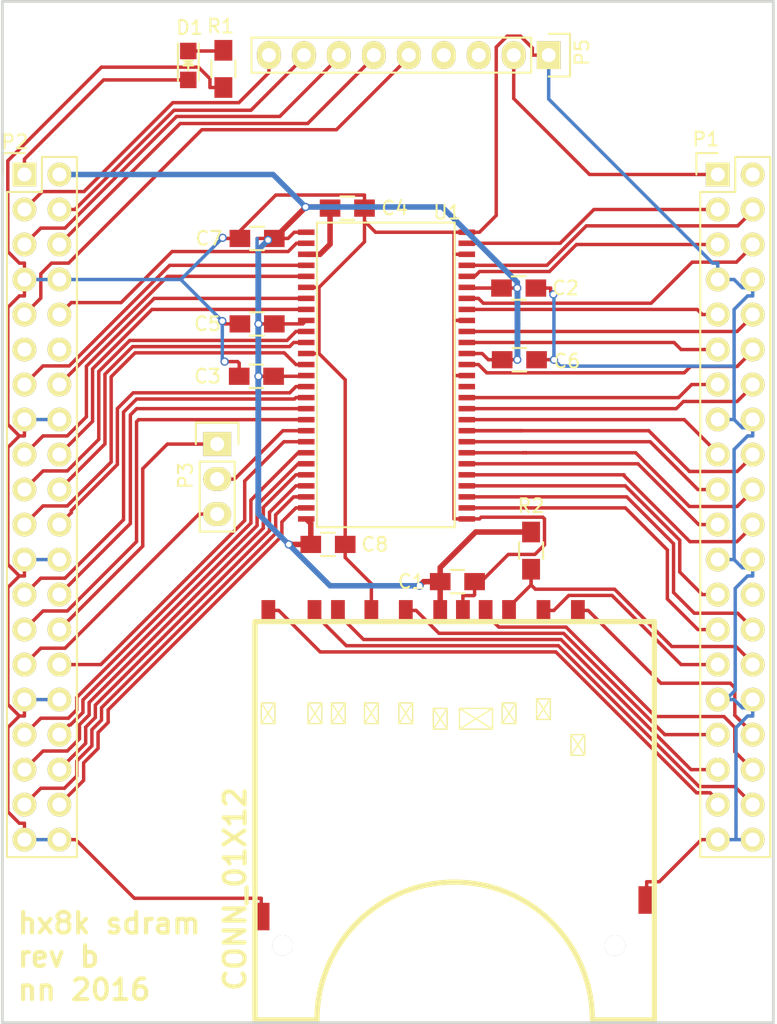
<source format=kicad_pcb>
(kicad_pcb (version 20171130) (host pcbnew "(5.1.12)-1")

  (general
    (thickness 1.6)
    (drawings 5)
    (tracks 626)
    (zones 0)
    (modules 17)
    (nets 60)
  )

  (page A4)
  (layers
    (0 F.Cu signal)
    (31 B.Cu signal)
    (32 B.Adhes user hide)
    (33 F.Adhes user hide)
    (34 B.Paste user hide)
    (35 F.Paste user hide)
    (36 B.SilkS user hide)
    (37 F.SilkS user hide)
    (38 B.Mask user hide)
    (39 F.Mask user hide)
    (40 Dwgs.User user hide)
    (41 Cmts.User user hide)
    (42 Eco1.User user hide)
    (43 Eco2.User user hide)
    (44 Edge.Cuts user)
    (45 Margin user hide)
    (46 B.CrtYd user hide)
    (47 F.CrtYd user hide)
    (48 B.Fab user hide)
    (49 F.Fab user hide)
  )

  (setup
    (last_trace_width 0.25)
    (user_trace_width 0.4)
    (trace_clearance 0.2)
    (zone_clearance 0.508)
    (zone_45_only no)
    (trace_min 0.2)
    (via_size 0.6)
    (via_drill 0.4)
    (via_min_size 0.6)
    (via_min_drill 0.3)
    (uvia_size 0.3)
    (uvia_drill 0.1)
    (uvias_allowed no)
    (uvia_min_size 0.2)
    (uvia_min_drill 0.1)
    (edge_width 0.15)
    (segment_width 0.2)
    (pcb_text_width 0.3)
    (pcb_text_size 1.5 1.5)
    (mod_edge_width 0.15)
    (mod_text_size 1 1)
    (mod_text_width 0.15)
    (pad_size 1.50114 1.50114)
    (pad_drill 1.50114)
    (pad_to_mask_clearance 0.2)
    (aux_axis_origin 57.4 69.2)
    (grid_origin 57.4 69.2)
    (visible_elements 7FFFFFFF)
    (pcbplotparams
      (layerselection 0x00030_ffffffff)
      (usegerberextensions false)
      (usegerberattributes true)
      (usegerberadvancedattributes true)
      (creategerberjobfile true)
      (excludeedgelayer true)
      (linewidth 0.100000)
      (plotframeref false)
      (viasonmask false)
      (mode 1)
      (useauxorigin false)
      (hpglpennumber 1)
      (hpglpenspeed 20)
      (hpglpendiameter 15.000000)
      (psnegative false)
      (psa4output false)
      (plotreference true)
      (plotvalue true)
      (plotinvisibletext false)
      (padsonsilk false)
      (subtractmaskfromsilk false)
      (outputformat 2)
      (mirror false)
      (drillshape 0)
      (scaleselection 1)
      (outputdirectory ""))
  )

  (net 0 "")
  (net 1 /CS2)
  (net 2 /CS)
  (net 3 /CS1)
  (net 4 /SD_D2)
  (net 5 /SD_D3)
  (net 6 /SD_CMD)
  (net 7 GND)
  (net 8 +3V3)
  (net 9 /SD_CLK)
  (net 10 /SD_D0)
  (net 11 /SD_D1)
  (net 12 /DQ0)
  (net 13 /DQ1)
  (net 14 /DQ2)
  (net 15 /DQ3)
  (net 16 /DQ4)
  (net 17 /DQ5)
  (net 18 /DQ6)
  (net 19 /DQ7)
  (net 20 /LDQM)
  (net 21 /WE)
  (net 22 /CAS)
  (net 23 /RAS)
  (net 24 /BA0)
  (net 25 /BA1)
  (net 26 /A10)
  (net 27 /A0)
  (net 28 /A1)
  (net 29 /A2)
  (net 30 /A3)
  (net 31 /A4)
  (net 32 /A5)
  (net 33 /A6)
  (net 34 /A7)
  (net 35 /A8)
  (net 36 /A9)
  (net 37 /A11)
  (net 38 /A12)
  (net 39 /CKE)
  (net 40 /CLK)
  (net 41 /UDQM)
  (net 42 /DQ8)
  (net 43 /DQ9)
  (net 44 /DQ10)
  (net 45 /DQ11)
  (net 46 /DQ12)
  (net 47 /DQ13)
  (net 48 /DQ14)
  (net 49 /DQ15)
  (net 50 "Net-(D1-Pad1)")
  (net 51 /SD_CD)
  (net 52 /SD_WP)
  (net 53 /LED)
  (net 54 /GPIO1)
  (net 55 /GPIO2)
  (net 56 /GPIO3)
  (net 57 /GPIO4)
  (net 58 /GPIO5)
  (net 59 /GPIO8)

  (net_class Default "This is the default net class."
    (clearance 0.2)
    (trace_width 0.25)
    (via_dia 0.6)
    (via_drill 0.4)
    (uvia_dia 0.3)
    (uvia_drill 0.1)
    (add_net +3V3)
    (add_net /A0)
    (add_net /A1)
    (add_net /A10)
    (add_net /A11)
    (add_net /A12)
    (add_net /A2)
    (add_net /A3)
    (add_net /A4)
    (add_net /A5)
    (add_net /A6)
    (add_net /A7)
    (add_net /A8)
    (add_net /A9)
    (add_net /BA0)
    (add_net /BA1)
    (add_net /CAS)
    (add_net /CKE)
    (add_net /CLK)
    (add_net /CS)
    (add_net /CS1)
    (add_net /CS2)
    (add_net /DQ0)
    (add_net /DQ1)
    (add_net /DQ10)
    (add_net /DQ11)
    (add_net /DQ12)
    (add_net /DQ13)
    (add_net /DQ14)
    (add_net /DQ15)
    (add_net /DQ2)
    (add_net /DQ3)
    (add_net /DQ4)
    (add_net /DQ5)
    (add_net /DQ6)
    (add_net /DQ7)
    (add_net /DQ8)
    (add_net /DQ9)
    (add_net /GPIO1)
    (add_net /GPIO2)
    (add_net /GPIO3)
    (add_net /GPIO4)
    (add_net /GPIO5)
    (add_net /GPIO8)
    (add_net /LDQM)
    (add_net /LED)
    (add_net /RAS)
    (add_net /SD_CD)
    (add_net /SD_CLK)
    (add_net /SD_CMD)
    (add_net /SD_D0)
    (add_net /SD_D1)
    (add_net /SD_D2)
    (add_net /SD_D3)
    (add_net /SD_WP)
    (add_net /UDQM)
    (add_net /WE)
    (add_net GND)
    (add_net "Net-(D1-Pad1)")
  )

  (module Capacitors_SMD:C_0805_HandSoldering (layer F.Cu) (tedit 541A9B8D) (tstamp 57A3B657)
    (at 82.45 84.2)
    (descr "Capacitor SMD 0805, hand soldering")
    (tags "capacitor 0805")
    (path /57A29FC5)
    (attr smd)
    (fp_text reference C4 (at 3.45 0) (layer F.SilkS)
      (effects (font (size 1 1) (thickness 0.15)))
    )
    (fp_text value C (at -0.05 0.1) (layer F.Fab)
      (effects (font (size 1 1) (thickness 0.15)))
    )
    (fp_line (start -0.5 0.85) (end 0.5 0.85) (layer F.SilkS) (width 0.15))
    (fp_line (start 0.5 -0.85) (end -0.5 -0.85) (layer F.SilkS) (width 0.15))
    (fp_line (start 2.3 -1) (end 2.3 1) (layer F.CrtYd) (width 0.05))
    (fp_line (start -2.3 -1) (end -2.3 1) (layer F.CrtYd) (width 0.05))
    (fp_line (start -2.3 1) (end 2.3 1) (layer F.CrtYd) (width 0.05))
    (fp_line (start -2.3 -1) (end 2.3 -1) (layer F.CrtYd) (width 0.05))
    (pad 1 smd rect (at -1.25 0) (size 1.5 1.25) (layers F.Cu F.Paste F.Mask)
      (net 8 +3V3))
    (pad 2 smd rect (at 1.25 0) (size 1.5 1.25) (layers F.Cu F.Paste F.Mask)
      (net 7 GND))
    (model Capacitors_SMD.3dshapes/C_0805_HandSoldering.wrl
      (at (xyz 0 0 0))
      (scale (xyz 1 1 1))
      (rotate (xyz 0 0 0))
    )
  )

  (module Pin_Headers:Pin_Header_Straight_2x20 (layer F.Cu) (tedit 0) (tstamp 57A5344D)
    (at 109.36 81.76)
    (descr "Through hole pin header")
    (tags "pin header")
    (path /57A29588)
    (fp_text reference P1 (at -0.86 -2.56) (layer F.SilkS)
      (effects (font (size 1 1) (thickness 0.15)))
    )
    (fp_text value CONN_02X20 (at -2.46 14.54 90) (layer F.Fab)
      (effects (font (size 1 1) (thickness 0.15)))
    )
    (fp_line (start -1.55 -1.55) (end -1.55 0) (layer F.SilkS) (width 0.15))
    (fp_line (start 1.27 1.27) (end -1.27 1.27) (layer F.SilkS) (width 0.15))
    (fp_line (start 1.27 -1.27) (end 1.27 1.27) (layer F.SilkS) (width 0.15))
    (fp_line (start 0 -1.55) (end -1.55 -1.55) (layer F.SilkS) (width 0.15))
    (fp_line (start 3.81 -1.27) (end 1.27 -1.27) (layer F.SilkS) (width 0.15))
    (fp_line (start 3.81 49.53) (end -1.27 49.53) (layer F.SilkS) (width 0.15))
    (fp_line (start -1.27 1.27) (end -1.27 49.53) (layer F.SilkS) (width 0.15))
    (fp_line (start 3.81 49.53) (end 3.81 -1.27) (layer F.SilkS) (width 0.15))
    (fp_line (start -1.75 50.05) (end 4.3 50.05) (layer F.CrtYd) (width 0.05))
    (fp_line (start -1.75 -1.75) (end 4.3 -1.75) (layer F.CrtYd) (width 0.05))
    (fp_line (start 4.3 -1.75) (end 4.3 50.05) (layer F.CrtYd) (width 0.05))
    (fp_line (start -1.75 -1.75) (end -1.75 50.05) (layer F.CrtYd) (width 0.05))
    (pad 1 thru_hole rect (at 0 0) (size 1.7272 1.7272) (drill 1.016) (layers *.Cu *.Mask F.SilkS)
      (net 59 /GPIO8))
    (pad 2 thru_hole oval (at 2.54 0) (size 1.7272 1.7272) (drill 1.016) (layers *.Cu *.Mask F.SilkS))
    (pad 3 thru_hole oval (at 0 2.54) (size 1.7272 1.7272) (drill 1.016) (layers *.Cu *.Mask F.SilkS)
      (net 49 /DQ15))
    (pad 4 thru_hole oval (at 2.54 2.54) (size 1.7272 1.7272) (drill 1.016) (layers *.Cu *.Mask F.SilkS)
      (net 48 /DQ14))
    (pad 5 thru_hole oval (at 0 5.08) (size 1.7272 1.7272) (drill 1.016) (layers *.Cu *.Mask F.SilkS)
      (net 47 /DQ13))
    (pad 6 thru_hole oval (at 2.54 5.08) (size 1.7272 1.7272) (drill 1.016) (layers *.Cu *.Mask F.SilkS)
      (net 46 /DQ12))
    (pad 7 thru_hole oval (at 0 7.62) (size 1.7272 1.7272) (drill 1.016) (layers *.Cu *.Mask F.SilkS)
      (net 7 GND))
    (pad 8 thru_hole oval (at 2.54 7.62) (size 1.7272 1.7272) (drill 1.016) (layers *.Cu *.Mask F.SilkS)
      (net 7 GND))
    (pad 9 thru_hole oval (at 0 10.16) (size 1.7272 1.7272) (drill 1.016) (layers *.Cu *.Mask F.SilkS)
      (net 45 /DQ11))
    (pad 10 thru_hole oval (at 2.54 10.16) (size 1.7272 1.7272) (drill 1.016) (layers *.Cu *.Mask F.SilkS)
      (net 44 /DQ10))
    (pad 11 thru_hole oval (at 0 12.7) (size 1.7272 1.7272) (drill 1.016) (layers *.Cu *.Mask F.SilkS)
      (net 43 /DQ9))
    (pad 12 thru_hole oval (at 2.54 12.7) (size 1.7272 1.7272) (drill 1.016) (layers *.Cu *.Mask F.SilkS)
      (net 42 /DQ8))
    (pad 13 thru_hole oval (at 0 15.24) (size 1.7272 1.7272) (drill 1.016) (layers *.Cu *.Mask F.SilkS)
      (net 41 /UDQM))
    (pad 14 thru_hole oval (at 2.54 15.24) (size 1.7272 1.7272) (drill 1.016) (layers *.Cu *.Mask F.SilkS)
      (net 40 /CLK))
    (pad 15 thru_hole oval (at 0 17.78) (size 1.7272 1.7272) (drill 1.016) (layers *.Cu *.Mask F.SilkS)
      (net 7 GND))
    (pad 16 thru_hole oval (at 2.54 17.78) (size 1.7272 1.7272) (drill 1.016) (layers *.Cu *.Mask F.SilkS)
      (net 7 GND))
    (pad 17 thru_hole oval (at 0 20.32) (size 1.7272 1.7272) (drill 1.016) (layers *.Cu *.Mask F.SilkS)
      (net 39 /CKE))
    (pad 18 thru_hole oval (at 2.54 20.32) (size 1.7272 1.7272) (drill 1.016) (layers *.Cu *.Mask F.SilkS)
      (net 38 /A12))
    (pad 19 thru_hole oval (at 0 22.86) (size 1.7272 1.7272) (drill 1.016) (layers *.Cu *.Mask F.SilkS)
      (net 37 /A11))
    (pad 20 thru_hole oval (at 2.54 22.86) (size 1.7272 1.7272) (drill 1.016) (layers *.Cu *.Mask F.SilkS)
      (net 36 /A9))
    (pad 21 thru_hole oval (at 0 25.4) (size 1.7272 1.7272) (drill 1.016) (layers *.Cu *.Mask F.SilkS)
      (net 35 /A8))
    (pad 22 thru_hole oval (at 2.54 25.4) (size 1.7272 1.7272) (drill 1.016) (layers *.Cu *.Mask F.SilkS)
      (net 34 /A7))
    (pad 23 thru_hole oval (at 0 27.94) (size 1.7272 1.7272) (drill 1.016) (layers *.Cu *.Mask F.SilkS)
      (net 7 GND))
    (pad 24 thru_hole oval (at 2.54 27.94) (size 1.7272 1.7272) (drill 1.016) (layers *.Cu *.Mask F.SilkS)
      (net 7 GND))
    (pad 25 thru_hole oval (at 0 30.48) (size 1.7272 1.7272) (drill 1.016) (layers *.Cu *.Mask F.SilkS)
      (net 33 /A6))
    (pad 26 thru_hole oval (at 2.54 30.48) (size 1.7272 1.7272) (drill 1.016) (layers *.Cu *.Mask F.SilkS))
    (pad 27 thru_hole oval (at 0 33.02) (size 1.7272 1.7272) (drill 1.016) (layers *.Cu *.Mask F.SilkS)
      (net 31 /A4))
    (pad 28 thru_hole oval (at 2.54 33.02) (size 1.7272 1.7272) (drill 1.016) (layers *.Cu *.Mask F.SilkS)
      (net 32 /A5))
    (pad 29 thru_hole oval (at 0 35.56) (size 1.7272 1.7272) (drill 1.016) (layers *.Cu *.Mask F.SilkS)
      (net 5 /SD_D3))
    (pad 30 thru_hole oval (at 2.54 35.56) (size 1.7272 1.7272) (drill 1.016) (layers *.Cu *.Mask F.SilkS)
      (net 6 /SD_CMD))
    (pad 31 thru_hole oval (at 0 38.1) (size 1.7272 1.7272) (drill 1.016) (layers *.Cu *.Mask F.SilkS)
      (net 7 GND))
    (pad 32 thru_hole oval (at 2.54 38.1) (size 1.7272 1.7272) (drill 1.016) (layers *.Cu *.Mask F.SilkS)
      (net 7 GND))
    (pad 33 thru_hole oval (at 0 40.64) (size 1.7272 1.7272) (drill 1.016) (layers *.Cu *.Mask F.SilkS)
      (net 9 /SD_CLK))
    (pad 34 thru_hole oval (at 2.54 40.64) (size 1.7272 1.7272) (drill 1.016) (layers *.Cu *.Mask F.SilkS)
      (net 4 /SD_D2))
    (pad 35 thru_hole oval (at 0 43.18) (size 1.7272 1.7272) (drill 1.016) (layers *.Cu *.Mask F.SilkS)
      (net 10 /SD_D0))
    (pad 36 thru_hole oval (at 2.54 43.18) (size 1.7272 1.7272) (drill 1.016) (layers *.Cu *.Mask F.SilkS)
      (net 51 /SD_CD))
    (pad 37 thru_hole oval (at 0 45.72) (size 1.7272 1.7272) (drill 1.016) (layers *.Cu *.Mask F.SilkS)
      (net 52 /SD_WP))
    (pad 38 thru_hole oval (at 2.54 45.72) (size 1.7272 1.7272) (drill 1.016) (layers *.Cu *.Mask F.SilkS)
      (net 11 /SD_D1))
    (pad 39 thru_hole oval (at 0 48.26) (size 1.7272 1.7272) (drill 1.016) (layers *.Cu *.Mask F.SilkS)
      (net 7 GND))
    (pad 40 thru_hole oval (at 2.54 48.26) (size 1.7272 1.7272) (drill 1.016) (layers *.Cu *.Mask F.SilkS)
      (net 7 GND))
    (model Pin_Headers.3dshapes/Pin_Header_Straight_2x20.wrl
      (offset (xyz 1.269999980926514 -24.12999963760376 0))
      (scale (xyz 1 1 1))
      (rotate (xyz 0 0 90))
    )
  )

  (module Pin_Headers:Pin_Header_Straight_1x09 (layer F.Cu) (tedit 0) (tstamp 57A4CF73)
    (at 97.08 73.1 270)
    (descr "Through hole pin header")
    (tags "pin header")
    (path /57A4BF7B)
    (fp_text reference P5 (at -0.2 -2.42 90) (layer F.SilkS)
      (effects (font (size 1 1) (thickness 0.15)))
    )
    (fp_text value CONN_01X09 (at -2.4 3.08) (layer F.Fab)
      (effects (font (size 1 1) (thickness 0.15)))
    )
    (fp_line (start -1.55 -1.55) (end 1.55 -1.55) (layer F.SilkS) (width 0.15))
    (fp_line (start -1.55 0) (end -1.55 -1.55) (layer F.SilkS) (width 0.15))
    (fp_line (start 1.27 1.27) (end -1.27 1.27) (layer F.SilkS) (width 0.15))
    (fp_line (start 1.55 -1.55) (end 1.55 0) (layer F.SilkS) (width 0.15))
    (fp_line (start -1.27 21.59) (end -1.27 1.27) (layer F.SilkS) (width 0.15))
    (fp_line (start 1.27 21.59) (end -1.27 21.59) (layer F.SilkS) (width 0.15))
    (fp_line (start 1.27 1.27) (end 1.27 21.59) (layer F.SilkS) (width 0.15))
    (fp_line (start -1.75 22.1) (end 1.75 22.1) (layer F.CrtYd) (width 0.05))
    (fp_line (start -1.75 -1.75) (end 1.75 -1.75) (layer F.CrtYd) (width 0.05))
    (fp_line (start 1.75 -1.75) (end 1.75 22.1) (layer F.CrtYd) (width 0.05))
    (fp_line (start -1.75 -1.75) (end -1.75 22.1) (layer F.CrtYd) (width 0.05))
    (pad 1 thru_hole rect (at 0 0 270) (size 2.032 1.7272) (drill 1.016) (layers *.Cu *.Mask F.SilkS)
      (net 7 GND))
    (pad 2 thru_hole oval (at 0 2.54 270) (size 2.032 1.7272) (drill 1.016) (layers *.Cu *.Mask F.SilkS)
      (net 59 /GPIO8))
    (pad 3 thru_hole oval (at 0 5.08 270) (size 2.032 1.7272) (drill 1.016) (layers *.Cu *.Mask F.SilkS))
    (pad 4 thru_hole oval (at 0 7.62 270) (size 2.032 1.7272) (drill 1.016) (layers *.Cu *.Mask F.SilkS))
    (pad 5 thru_hole oval (at 0 10.16 270) (size 2.032 1.7272) (drill 1.016) (layers *.Cu *.Mask F.SilkS)
      (net 58 /GPIO5))
    (pad 6 thru_hole oval (at 0 12.7 270) (size 2.032 1.7272) (drill 1.016) (layers *.Cu *.Mask F.SilkS)
      (net 57 /GPIO4))
    (pad 7 thru_hole oval (at 0 15.24 270) (size 2.032 1.7272) (drill 1.016) (layers *.Cu *.Mask F.SilkS)
      (net 56 /GPIO3))
    (pad 8 thru_hole oval (at 0 17.78 270) (size 2.032 1.7272) (drill 1.016) (layers *.Cu *.Mask F.SilkS)
      (net 55 /GPIO2))
    (pad 9 thru_hole oval (at 0 20.32 270) (size 2.032 1.7272) (drill 1.016) (layers *.Cu *.Mask F.SilkS)
      (net 54 /GPIO1))
    (model Pin_Headers.3dshapes/Pin_Header_Straight_1x09.wrl
      (offset (xyz 0 -10.15999984741211 0))
      (scale (xyz 1 1 1))
      (rotate (xyz 0 0 90))
    )
  )

  (module Resistors_SMD:R_0805_HandSoldering (layer F.Cu) (tedit 54189DEE) (tstamp 57A3B4F3)
    (at 95.8 109.05 270)
    (descr "Resistor SMD 0805, hand soldering")
    (tags "resistor 0805")
    (path /57A39CF6)
    (attr smd)
    (fp_text reference R2 (at -3.25 0) (layer F.SilkS)
      (effects (font (size 1 1) (thickness 0.15)))
    )
    (fp_text value R (at 0.05 0 270) (layer F.Fab)
      (effects (font (size 1 1) (thickness 0.15)))
    )
    (fp_line (start -0.6 -0.875) (end 0.6 -0.875) (layer F.SilkS) (width 0.15))
    (fp_line (start 0.6 0.875) (end -0.6 0.875) (layer F.SilkS) (width 0.15))
    (fp_line (start 2.4 -1) (end 2.4 1) (layer F.CrtYd) (width 0.05))
    (fp_line (start -2.4 -1) (end -2.4 1) (layer F.CrtYd) (width 0.05))
    (fp_line (start -2.4 1) (end 2.4 1) (layer F.CrtYd) (width 0.05))
    (fp_line (start -2.4 -1) (end 2.4 -1) (layer F.CrtYd) (width 0.05))
    (pad 1 smd rect (at -1.35 0 270) (size 1.5 1.3) (layers F.Cu F.Paste F.Mask)
      (net 8 +3V3))
    (pad 2 smd rect (at 1.35 0 270) (size 1.5 1.3) (layers F.Cu F.Paste F.Mask)
      (net 6 /SD_CMD))
    (model Resistors_SMD.3dshapes/R_0805_HandSoldering.wrl
      (at (xyz 0 0 0))
      (scale (xyz 1 1 1))
      (rotate (xyz 0 0 0))
    )
  )

  (module Resistors_SMD:R_0805_HandSoldering (layer F.Cu) (tedit 54189DEE) (tstamp 57A3B503)
    (at 73.45 74.1 270)
    (descr "Resistor SMD 0805, hand soldering")
    (tags "resistor 0805")
    (path /57A2D603)
    (attr smd)
    (fp_text reference R1 (at -3.1 0.2) (layer F.SilkS)
      (effects (font (size 1 1) (thickness 0.15)))
    )
    (fp_text value R (at 0.1 0 270) (layer F.Fab)
      (effects (font (size 1 1) (thickness 0.15)))
    )
    (fp_line (start -0.6 -0.875) (end 0.6 -0.875) (layer F.SilkS) (width 0.15))
    (fp_line (start 0.6 0.875) (end -0.6 0.875) (layer F.SilkS) (width 0.15))
    (fp_line (start 2.4 -1) (end 2.4 1) (layer F.CrtYd) (width 0.05))
    (fp_line (start -2.4 -1) (end -2.4 1) (layer F.CrtYd) (width 0.05))
    (fp_line (start -2.4 1) (end 2.4 1) (layer F.CrtYd) (width 0.05))
    (fp_line (start -2.4 -1) (end 2.4 -1) (layer F.CrtYd) (width 0.05))
    (pad 1 smd rect (at -1.35 0 270) (size 1.5 1.3) (layers F.Cu F.Paste F.Mask)
      (net 50 "Net-(D1-Pad1)"))
    (pad 2 smd rect (at 1.35 0 270) (size 1.5 1.3) (layers F.Cu F.Paste F.Mask)
      (net 7 GND))
    (model Resistors_SMD.3dshapes/R_0805_HandSoldering.wrl
      (at (xyz 0 0 0))
      (scale (xyz 1 1 1))
      (rotate (xyz 0 0 0))
    )
  )

  (module LEDs:LED_0805 (layer F.Cu) (tedit 55BDE1C2) (tstamp 57A3B513)
    (at 70.9 73.849 270)
    (descr "LED 0805 smd package")
    (tags "LED 0805 SMD")
    (path /57A2D539)
    (attr smd)
    (fp_text reference D1 (at -2.74902 -0.1) (layer F.SilkS)
      (effects (font (size 1 1) (thickness 0.15)))
    )
    (fp_text value LED (at -0.04902 0 270) (layer F.Fab)
      (effects (font (size 1 1) (thickness 0.15)))
    )
    (fp_line (start -1.9 -0.95) (end 1.9 -0.95) (layer F.CrtYd) (width 0.05))
    (fp_line (start -1.9 0.95) (end -1.9 -0.95) (layer F.CrtYd) (width 0.05))
    (fp_line (start 1.9 0.95) (end -1.9 0.95) (layer F.CrtYd) (width 0.05))
    (fp_line (start 1.9 -0.95) (end 1.9 0.95) (layer F.CrtYd) (width 0.05))
    (fp_line (start 0 0.35) (end -0.35 0) (layer F.SilkS) (width 0.15))
    (fp_line (start 0 -0.35) (end 0 0.35) (layer F.SilkS) (width 0.15))
    (fp_line (start -0.35 0) (end 0 -0.35) (layer F.SilkS) (width 0.15))
    (fp_line (start 0 0) (end 0.35 0) (layer F.SilkS) (width 0.15))
    (fp_line (start -0.35 -0.35) (end -0.35 0.35) (layer F.SilkS) (width 0.15))
    (fp_line (start -0.1 -0.1) (end -0.25 0.05) (layer F.SilkS) (width 0.15))
    (fp_line (start -0.1 0.15) (end -0.1 -0.1) (layer F.SilkS) (width 0.15))
    (fp_line (start -1.6 -0.75) (end 1.1 -0.75) (layer F.SilkS) (width 0.15))
    (fp_line (start -1.6 0.75) (end 1.1 0.75) (layer F.SilkS) (width 0.15))
    (pad 2 smd rect (at 1.04902 0 90) (size 1.19888 1.19888) (layers F.Cu F.Paste F.Mask)
      (net 53 /LED))
    (pad 1 smd rect (at -1.04902 0 90) (size 1.19888 1.19888) (layers F.Cu F.Paste F.Mask)
      (net 50 "Net-(D1-Pad1)"))
    (model LEDs.3dshapes/LED_0805.wrl
      (at (xyz 0 0 0))
      (scale (xyz 1 1 1))
      (rotate (xyz 0 0 0))
    )
  )

  (module Capacitors_SMD:C_0805_HandSoldering (layer F.Cu) (tedit 541A9B8D) (tstamp 57A3B627)
    (at 90.45 111.3)
    (descr "Capacitor SMD 0805, hand soldering")
    (tags "capacitor 0805")
    (path /57A2A03A)
    (attr smd)
    (fp_text reference C1 (at -3.35 0) (layer F.SilkS)
      (effects (font (size 1 1) (thickness 0.15)))
    )
    (fp_text value C (at 0.05 0.1) (layer F.Fab)
      (effects (font (size 1 1) (thickness 0.15)))
    )
    (fp_line (start -0.5 0.85) (end 0.5 0.85) (layer F.SilkS) (width 0.15))
    (fp_line (start 0.5 -0.85) (end -0.5 -0.85) (layer F.SilkS) (width 0.15))
    (fp_line (start 2.3 -1) (end 2.3 1) (layer F.CrtYd) (width 0.05))
    (fp_line (start -2.3 -1) (end -2.3 1) (layer F.CrtYd) (width 0.05))
    (fp_line (start -2.3 1) (end 2.3 1) (layer F.CrtYd) (width 0.05))
    (fp_line (start -2.3 -1) (end 2.3 -1) (layer F.CrtYd) (width 0.05))
    (pad 1 smd rect (at -1.25 0) (size 1.5 1.25) (layers F.Cu F.Paste F.Mask)
      (net 8 +3V3))
    (pad 2 smd rect (at 1.25 0) (size 1.5 1.25) (layers F.Cu F.Paste F.Mask)
      (net 7 GND))
    (model Capacitors_SMD.3dshapes/C_0805_HandSoldering.wrl
      (at (xyz 0 0 0))
      (scale (xyz 1 1 1))
      (rotate (xyz 0 0 0))
    )
  )

  (module Capacitors_SMD:C_0805_HandSoldering (layer F.Cu) (tedit 541A9B8D) (tstamp 57A3B637)
    (at 94.9 90)
    (descr "Capacitor SMD 0805, hand soldering")
    (tags "capacitor 0805")
    (path /57A2A077)
    (attr smd)
    (fp_text reference C2 (at 3.4 0) (layer F.SilkS)
      (effects (font (size 1 1) (thickness 0.15)))
    )
    (fp_text value C (at 0 0.1) (layer F.Fab)
      (effects (font (size 1 1) (thickness 0.15)))
    )
    (fp_line (start -0.5 0.85) (end 0.5 0.85) (layer F.SilkS) (width 0.15))
    (fp_line (start 0.5 -0.85) (end -0.5 -0.85) (layer F.SilkS) (width 0.15))
    (fp_line (start 2.3 -1) (end 2.3 1) (layer F.CrtYd) (width 0.05))
    (fp_line (start -2.3 -1) (end -2.3 1) (layer F.CrtYd) (width 0.05))
    (fp_line (start -2.3 1) (end 2.3 1) (layer F.CrtYd) (width 0.05))
    (fp_line (start -2.3 -1) (end 2.3 -1) (layer F.CrtYd) (width 0.05))
    (pad 1 smd rect (at -1.25 0) (size 1.5 1.25) (layers F.Cu F.Paste F.Mask)
      (net 8 +3V3))
    (pad 2 smd rect (at 1.25 0) (size 1.5 1.25) (layers F.Cu F.Paste F.Mask)
      (net 7 GND))
    (model Capacitors_SMD.3dshapes/C_0805_HandSoldering.wrl
      (at (xyz 0 0 0))
      (scale (xyz 1 1 1))
      (rotate (xyz 0 0 0))
    )
  )

  (module Capacitors_SMD:C_0805_HandSoldering (layer F.Cu) (tedit 541A9B8D) (tstamp 57A3B647)
    (at 75.85 96.4 180)
    (descr "Capacitor SMD 0805, hand soldering")
    (tags "capacitor 0805")
    (path /57A29FF8)
    (attr smd)
    (fp_text reference C3 (at 3.55 0 180) (layer F.SilkS)
      (effects (font (size 1 1) (thickness 0.15)))
    )
    (fp_text value C (at 0.05 -0.1 180) (layer F.Fab)
      (effects (font (size 1 1) (thickness 0.15)))
    )
    (fp_line (start -0.5 0.85) (end 0.5 0.85) (layer F.SilkS) (width 0.15))
    (fp_line (start 0.5 -0.85) (end -0.5 -0.85) (layer F.SilkS) (width 0.15))
    (fp_line (start 2.3 -1) (end 2.3 1) (layer F.CrtYd) (width 0.05))
    (fp_line (start -2.3 -1) (end -2.3 1) (layer F.CrtYd) (width 0.05))
    (fp_line (start -2.3 1) (end 2.3 1) (layer F.CrtYd) (width 0.05))
    (fp_line (start -2.3 -1) (end 2.3 -1) (layer F.CrtYd) (width 0.05))
    (pad 1 smd rect (at -1.25 0 180) (size 1.5 1.25) (layers F.Cu F.Paste F.Mask)
      (net 8 +3V3))
    (pad 2 smd rect (at 1.25 0 180) (size 1.5 1.25) (layers F.Cu F.Paste F.Mask)
      (net 7 GND))
    (model Capacitors_SMD.3dshapes/C_0805_HandSoldering.wrl
      (at (xyz 0 0 0))
      (scale (xyz 1 1 1))
      (rotate (xyz 0 0 0))
    )
  )

  (module Capacitors_SMD:C_0805_HandSoldering (layer F.Cu) (tedit 541A9B8D) (tstamp 57A3B667)
    (at 75.9 92.6)
    (descr "Capacitor SMD 0805, hand soldering")
    (tags "capacitor 0805")
    (path /57A2A2EC)
    (attr smd)
    (fp_text reference C5 (at -3.6 0) (layer F.SilkS)
      (effects (font (size 1 1) (thickness 0.15)))
    )
    (fp_text value C (at -0.1 0.1) (layer F.Fab)
      (effects (font (size 1 1) (thickness 0.15)))
    )
    (fp_line (start -0.5 0.85) (end 0.5 0.85) (layer F.SilkS) (width 0.15))
    (fp_line (start 0.5 -0.85) (end -0.5 -0.85) (layer F.SilkS) (width 0.15))
    (fp_line (start 2.3 -1) (end 2.3 1) (layer F.CrtYd) (width 0.05))
    (fp_line (start -2.3 -1) (end -2.3 1) (layer F.CrtYd) (width 0.05))
    (fp_line (start -2.3 1) (end 2.3 1) (layer F.CrtYd) (width 0.05))
    (fp_line (start -2.3 -1) (end 2.3 -1) (layer F.CrtYd) (width 0.05))
    (pad 1 smd rect (at -1.25 0) (size 1.5 1.25) (layers F.Cu F.Paste F.Mask)
      (net 7 GND))
    (pad 2 smd rect (at 1.25 0) (size 1.5 1.25) (layers F.Cu F.Paste F.Mask)
      (net 8 +3V3))
    (model Capacitors_SMD.3dshapes/C_0805_HandSoldering.wrl
      (at (xyz 0 0 0))
      (scale (xyz 1 1 1))
      (rotate (xyz 0 0 0))
    )
  )

  (module Capacitors_SMD:C_0805_HandSoldering (layer F.Cu) (tedit 541A9B8D) (tstamp 57A3B677)
    (at 94.95 95.2 180)
    (descr "Capacitor SMD 0805, hand soldering")
    (tags "capacitor 0805")
    (path /57A2A375)
    (attr smd)
    (fp_text reference C6 (at -3.45 -0.1 180) (layer F.SilkS)
      (effects (font (size 1 1) (thickness 0.15)))
    )
    (fp_text value C (at 0.05 -0.1 180) (layer F.Fab)
      (effects (font (size 1 1) (thickness 0.15)))
    )
    (fp_line (start -0.5 0.85) (end 0.5 0.85) (layer F.SilkS) (width 0.15))
    (fp_line (start 0.5 -0.85) (end -0.5 -0.85) (layer F.SilkS) (width 0.15))
    (fp_line (start 2.3 -1) (end 2.3 1) (layer F.CrtYd) (width 0.05))
    (fp_line (start -2.3 -1) (end -2.3 1) (layer F.CrtYd) (width 0.05))
    (fp_line (start -2.3 1) (end 2.3 1) (layer F.CrtYd) (width 0.05))
    (fp_line (start -2.3 -1) (end 2.3 -1) (layer F.CrtYd) (width 0.05))
    (pad 1 smd rect (at -1.25 0 180) (size 1.5 1.25) (layers F.Cu F.Paste F.Mask)
      (net 7 GND))
    (pad 2 smd rect (at 1.25 0 180) (size 1.5 1.25) (layers F.Cu F.Paste F.Mask)
      (net 8 +3V3))
    (model Capacitors_SMD.3dshapes/C_0805_HandSoldering.wrl
      (at (xyz 0 0 0))
      (scale (xyz 1 1 1))
      (rotate (xyz 0 0 0))
    )
  )

  (module Capacitors_SMD:C_0805_HandSoldering (layer F.Cu) (tedit 541A9B8D) (tstamp 57A3B687)
    (at 75.9 86.4)
    (descr "Capacitor SMD 0805, hand soldering")
    (tags "capacitor 0805")
    (path /57A2A333)
    (attr smd)
    (fp_text reference C7 (at -3.5 0) (layer F.SilkS)
      (effects (font (size 1 1) (thickness 0.15)))
    )
    (fp_text value C (at -0.1 0.1) (layer F.Fab)
      (effects (font (size 1 1) (thickness 0.15)))
    )
    (fp_line (start -0.5 0.85) (end 0.5 0.85) (layer F.SilkS) (width 0.15))
    (fp_line (start 0.5 -0.85) (end -0.5 -0.85) (layer F.SilkS) (width 0.15))
    (fp_line (start 2.3 -1) (end 2.3 1) (layer F.CrtYd) (width 0.05))
    (fp_line (start -2.3 -1) (end -2.3 1) (layer F.CrtYd) (width 0.05))
    (fp_line (start -2.3 1) (end 2.3 1) (layer F.CrtYd) (width 0.05))
    (fp_line (start -2.3 -1) (end 2.3 -1) (layer F.CrtYd) (width 0.05))
    (pad 1 smd rect (at -1.25 0) (size 1.5 1.25) (layers F.Cu F.Paste F.Mask)
      (net 7 GND))
    (pad 2 smd rect (at 1.25 0) (size 1.5 1.25) (layers F.Cu F.Paste F.Mask)
      (net 8 +3V3))
    (model Capacitors_SMD.3dshapes/C_0805_HandSoldering.wrl
      (at (xyz 0 0 0))
      (scale (xyz 1 1 1))
      (rotate (xyz 0 0 0))
    )
  )

  (module Capacitors_SMD:C_0805_HandSoldering (layer F.Cu) (tedit 541A9B8D) (tstamp 57A3B697)
    (at 81.05 108.6)
    (descr "Capacitor SMD 0805, hand soldering")
    (tags "capacitor 0805")
    (path /57A37238)
    (attr smd)
    (fp_text reference C8 (at 3.4 0) (layer F.SilkS)
      (effects (font (size 1 1) (thickness 0.15)))
    )
    (fp_text value C (at 0 0.1) (layer F.Fab)
      (effects (font (size 1 1) (thickness 0.15)))
    )
    (fp_line (start -0.5 0.85) (end 0.5 0.85) (layer F.SilkS) (width 0.15))
    (fp_line (start 0.5 -0.85) (end -0.5 -0.85) (layer F.SilkS) (width 0.15))
    (fp_line (start 2.3 -1) (end 2.3 1) (layer F.CrtYd) (width 0.05))
    (fp_line (start -2.3 -1) (end -2.3 1) (layer F.CrtYd) (width 0.05))
    (fp_line (start -2.3 1) (end 2.3 1) (layer F.CrtYd) (width 0.05))
    (fp_line (start -2.3 -1) (end 2.3 -1) (layer F.CrtYd) (width 0.05))
    (pad 1 smd rect (at -1.25 0) (size 1.5 1.25) (layers F.Cu F.Paste F.Mask)
      (net 8 +3V3))
    (pad 2 smd rect (at 1.25 0) (size 1.5 1.25) (layers F.Cu F.Paste F.Mask)
      (net 7 GND))
    (model Capacitors_SMD.3dshapes/C_0805_HandSoldering.wrl
      (at (xyz 0 0 0))
      (scale (xyz 1 1 1))
      (rotate (xyz 0 0 0))
    )
  )

  (module knielsenlib:SD_CARD_10100 (layer F.Cu) (tedit 65372F3C) (tstamp 57A5336A)
    (at 90.6 137.7 270)
    (path /57A35281)
    (fp_text reference P4 (at -3.50012 -15.99946 270) (layer F.SilkS) hide
      (effects (font (size 1.524 1.524) (thickness 0.3048)))
    )
    (fp_text value CONN_01X12 (at -4.1 16.3 90) (layer F.SilkS)
      (effects (font (size 1.524 1.524) (thickness 0.3048)))
    )
    (fp_line (start 5.40004 -14.15288) (end 5.40004 -9.652) (layer F.SilkS) (width 0.381))
    (fp_line (start -23.50008 -14.15288) (end 5.40004 -14.15288) (layer F.SilkS) (width 0.381))
    (fp_line (start -23.50008 14.84884) (end -23.50008 -14.15288) (layer F.SilkS) (width 0.381))
    (fp_line (start 5.40004 14.85392) (end -23.50008 14.85392) (layer F.SilkS) (width 0.381))
    (fp_line (start 5.40004 10.35304) (end 5.40004 14.85392) (layer F.SilkS) (width 0.381))
    (fp_line (start -15.30096 -8.10006) (end -15.30096 -9.10082) (layer F.SilkS) (width 0.09906))
    (fp_line (start -13.79982 -8.10006) (end -15.30096 -8.10006) (layer F.SilkS) (width 0.09906))
    (fp_line (start -13.79982 -9.10082) (end -13.79982 -8.10006) (layer F.SilkS) (width 0.09906))
    (fp_line (start -15.30096 -9.10082) (end -13.79982 -9.10082) (layer F.SilkS) (width 0.09906))
    (fp_line (start -15.30096 -8.10006) (end -13.79982 -9.10082) (layer F.SilkS) (width 0.09906))
    (fp_line (start -15.30096 -9.10082) (end -13.79982 -8.10006) (layer F.SilkS) (width 0.09906))
    (fp_line (start -17.89938 -6.59892) (end -16.40078 -5.6007) (layer F.SilkS) (width 0.09906))
    (fp_line (start -17.89938 -5.6007) (end -17.89938 -6.59892) (layer F.SilkS) (width 0.09906))
    (fp_line (start -16.40078 -5.6007) (end -17.89938 -5.6007) (layer F.SilkS) (width 0.09906))
    (fp_line (start -16.40078 -6.59892) (end -16.40078 -5.6007) (layer F.SilkS) (width 0.09906))
    (fp_line (start -17.89938 -6.59892) (end -16.40078 -6.59892) (layer F.SilkS) (width 0.09906))
    (fp_line (start -16.40078 -6.59892) (end -17.89938 -5.6007) (layer F.SilkS) (width 0.09906))
    (fp_line (start -17.59966 -4.09956) (end -16.10106 -3.0988) (layer F.SilkS) (width 0.09906))
    (fp_line (start -17.59966 -3.0988) (end -17.59966 -4.09956) (layer F.SilkS) (width 0.09906))
    (fp_line (start -16.10106 -3.0988) (end -17.59966 -3.0988) (layer F.SilkS) (width 0.09906))
    (fp_line (start -16.10106 -4.09956) (end -16.10106 -3.0988) (layer F.SilkS) (width 0.09906))
    (fp_line (start -17.59966 -4.09956) (end -16.10106 -4.09956) (layer F.SilkS) (width 0.09906))
    (fp_line (start -16.10106 -4.09956) (end -17.59966 -3.0988) (layer F.SilkS) (width 0.09906))
    (fp_line (start -17.20088 -2.4003) (end -15.69974 0) (layer F.SilkS) (width 0.09906))
    (fp_line (start -17.20088 0) (end -17.20088 -2.4003) (layer F.SilkS) (width 0.09906))
    (fp_line (start -15.69974 0) (end -17.20088 0) (layer F.SilkS) (width 0.09906))
    (fp_line (start -15.69974 -2.4003) (end -15.69974 0) (layer F.SilkS) (width 0.09906))
    (fp_line (start -17.20088 -2.4003) (end -15.69974 -2.4003) (layer F.SilkS) (width 0.09906))
    (fp_line (start -17.20088 0) (end -15.69974 -2.4003) (layer F.SilkS) (width 0.09906))
    (fp_line (start -17.20088 0.89916) (end -15.69974 1.89992) (layer F.SilkS) (width 0.09906))
    (fp_line (start -17.20088 1.89992) (end -17.20088 0.89916) (layer F.SilkS) (width 0.09906))
    (fp_line (start -15.69974 1.89992) (end -17.20088 1.89992) (layer F.SilkS) (width 0.09906))
    (fp_line (start -15.69974 0.89916) (end -15.69974 1.89992) (layer F.SilkS) (width 0.09906))
    (fp_line (start -17.20088 0.89916) (end -15.69974 0.89916) (layer F.SilkS) (width 0.09906))
    (fp_line (start -15.69974 0.89916) (end -17.20088 1.89992) (layer F.SilkS) (width 0.09906))
    (fp_line (start -17.59966 3.40106) (end -16.10106 4.39928) (layer F.SilkS) (width 0.09906))
    (fp_line (start -17.59966 4.39928) (end -17.59966 3.40106) (layer F.SilkS) (width 0.09906))
    (fp_line (start -16.10106 4.39928) (end -17.59966 4.39928) (layer F.SilkS) (width 0.09906))
    (fp_line (start -16.10106 3.40106) (end -16.10106 4.39928) (layer F.SilkS) (width 0.09906))
    (fp_line (start -17.59966 3.40106) (end -16.10106 3.40106) (layer F.SilkS) (width 0.09906))
    (fp_line (start -16.10106 3.40106) (end -17.59966 4.39928) (layer F.SilkS) (width 0.09906))
    (fp_line (start -16.10106 5.90042) (end -16.10106 6.90118) (layer F.SilkS) (width 0.09906))
    (fp_line (start -17.59966 5.90042) (end -16.10106 5.90042) (layer F.SilkS) (width 0.09906))
    (fp_line (start -17.59966 5.90042) (end -16.10106 6.90118) (layer F.SilkS) (width 0.09906))
    (fp_line (start -17.59966 6.90118) (end -17.59966 5.90042) (layer F.SilkS) (width 0.09906))
    (fp_line (start -16.10106 6.90118) (end -17.59966 6.90118) (layer F.SilkS) (width 0.09906))
    (fp_line (start -16.10106 5.90042) (end -17.59966 6.90118) (layer F.SilkS) (width 0.09906))
    (fp_line (start -17.59966 8.30072) (end -16.10106 9.29894) (layer F.SilkS) (width 0.09906))
    (fp_line (start -17.59966 9.29894) (end -17.59966 8.30072) (layer F.SilkS) (width 0.09906))
    (fp_line (start -16.10106 9.29894) (end -17.59966 9.29894) (layer F.SilkS) (width 0.09906))
    (fp_line (start -16.10106 8.30072) (end -16.10106 9.29894) (layer F.SilkS) (width 0.09906))
    (fp_line (start -17.59966 8.30072) (end -16.10106 8.30072) (layer F.SilkS) (width 0.09906))
    (fp_line (start -16.10106 8.30072) (end -17.59966 9.29894) (layer F.SilkS) (width 0.09906))
    (fp_line (start -17.59966 9.99998) (end -16.10106 11.00074) (layer F.SilkS) (width 0.09906))
    (fp_line (start -17.59966 11.00074) (end -17.59966 9.99998) (layer F.SilkS) (width 0.09906))
    (fp_line (start -16.10106 11.00074) (end -17.59966 11.00074) (layer F.SilkS) (width 0.09906))
    (fp_line (start -16.10106 9.99998) (end -16.10106 11.00074) (layer F.SilkS) (width 0.09906))
    (fp_line (start -17.59966 9.99998) (end -16.10106 9.99998) (layer F.SilkS) (width 0.09906))
    (fp_line (start -16.10106 9.99998) (end -17.59966 11.00074) (layer F.SilkS) (width 0.09906))
    (fp_line (start -17.59966 13.40104) (end -16.10106 14.39926) (layer F.SilkS) (width 0.09906))
    (fp_line (start -17.59966 14.39926) (end -17.59966 13.40104) (layer F.SilkS) (width 0.09906))
    (fp_line (start -16.10106 14.39926) (end -17.59966 14.39926) (layer F.SilkS) (width 0.09906))
    (fp_line (start -16.10106 13.40104) (end -16.10106 14.39926) (layer F.SilkS) (width 0.09906))
    (fp_line (start -17.59966 13.40104) (end -16.10106 13.40104) (layer F.SilkS) (width 0.09906))
    (fp_line (start -16.10106 13.40104) (end -17.59966 14.39926) (layer F.SilkS) (width 0.09906))
    (fp_arc (start 5.40004 0.35052) (end 5.40004 10.3505) (angle 90) (layer F.SilkS) (width 0.381))
    (fp_arc (start 5.40004 0.34798) (end -4.59994 0.34798) (angle 90) (layer F.SilkS) (width 0.381))
    (pad 1 smd rect (at -24.31034 -6.10108 270) (size 1.50114 1.00076) (layers F.Cu F.Paste F.Mask)
      (net 5 /SD_D3))
    (pad 2 smd rect (at -24.31034 -3.59918 270) (size 1.50114 1.00076) (layers F.Cu F.Paste F.Mask)
      (net 6 /SD_CMD))
    (pad 3 smd rect (at -24.31034 -0.24892 270) (size 1.50114 1.00076) (layers F.Cu F.Paste F.Mask)
      (net 7 GND))
    (pad 4 smd rect (at -24.31034 1.39954 270) (size 1.50114 1.00076) (layers F.Cu F.Paste F.Mask)
      (net 8 +3V3))
    (pad 5 smd rect (at -24.31034 3.8989 270) (size 1.50114 1.00076) (layers F.Cu F.Paste F.Mask)
      (net 9 /SD_CLK))
    (pad 6 smd rect (at -24.31034 6.4008 270) (size 1.50114 1.00076) (layers F.Cu F.Paste F.Mask)
      (net 7 GND))
    (pad 7 smd rect (at -24.31034 8.82904 270) (size 1.50114 1.00076) (layers F.Cu F.Paste F.Mask)
      (net 10 /SD_D0))
    (pad 8 smd rect (at -24.31034 10.53084 270) (size 1.50114 1.00076) (layers F.Cu F.Paste F.Mask)
      (net 11 /SD_D1))
    (pad 9 smd rect (at -24.31034 -8.60044 270) (size 1.50114 1.00076) (layers F.Cu F.Paste F.Mask)
      (net 4 /SD_D2))
    (pad 10 smd rect (at -24.31034 -1.89992 270) (size 1.50114 1.00076) (layers F.Cu F.Paste F.Mask)
      (net 51 /SD_CD))
    (pad 11 smd rect (at -24.31034 13.8811 270) (size 1.50114 1.00076) (layers F.Cu F.Paste F.Mask)
      (net 52 /SD_WP))
    (pad 12 smd rect (at -2.10058 14.39926 270) (size 1.99898 1.19888) (layers F.Cu F.Paste F.Mask)
      (net 7 GND))
    (pad 12 smd rect (at -3.29946 -13.59916 270) (size 1.99898 1.19888) (layers F.Cu F.Paste F.Mask)
      (net 7 GND))
    (pad 12 thru_hole circle (at 0 -11.30046 270) (size 1.50114 1.50114) (drill 1.50114) (layers *.Cu *.Mask F.SilkS))
    (pad 12 thru_hole circle (at 0 12.84986 270) (size 1.50114 1.50114) (drill 1.50114) (layers *.Cu *.Mask F.SilkS))
    (model walter/conn_misc/sd_socket.wrl
      (offset (xyz -9.905999851226808 -0.5079999923706054 0))
      (scale (xyz 1 1 1))
      (rotate (xyz 0 0 -90))
    )
  )

  (module Pin_Headers:Pin_Header_Straight_2x20 (layer F.Cu) (tedit 0) (tstamp 57A533CC)
    (at 59 81.76)
    (descr "Through hole pin header")
    (tags "pin header")
    (path /57A297F9)
    (fp_text reference P2 (at -0.7 -2.36) (layer F.SilkS)
      (effects (font (size 1 1) (thickness 0.15)))
    )
    (fp_text value CONN_02X20 (at 5.4 19.14 90) (layer F.Fab)
      (effects (font (size 1 1) (thickness 0.15)))
    )
    (fp_line (start -1.55 -1.55) (end -1.55 0) (layer F.SilkS) (width 0.15))
    (fp_line (start 1.27 1.27) (end -1.27 1.27) (layer F.SilkS) (width 0.15))
    (fp_line (start 1.27 -1.27) (end 1.27 1.27) (layer F.SilkS) (width 0.15))
    (fp_line (start 0 -1.55) (end -1.55 -1.55) (layer F.SilkS) (width 0.15))
    (fp_line (start 3.81 -1.27) (end 1.27 -1.27) (layer F.SilkS) (width 0.15))
    (fp_line (start 3.81 49.53) (end -1.27 49.53) (layer F.SilkS) (width 0.15))
    (fp_line (start -1.27 1.27) (end -1.27 49.53) (layer F.SilkS) (width 0.15))
    (fp_line (start 3.81 49.53) (end 3.81 -1.27) (layer F.SilkS) (width 0.15))
    (fp_line (start -1.75 50.05) (end 4.3 50.05) (layer F.CrtYd) (width 0.05))
    (fp_line (start -1.75 -1.75) (end 4.3 -1.75) (layer F.CrtYd) (width 0.05))
    (fp_line (start 4.3 -1.75) (end 4.3 50.05) (layer F.CrtYd) (width 0.05))
    (fp_line (start -1.75 -1.75) (end -1.75 50.05) (layer F.CrtYd) (width 0.05))
    (pad 1 thru_hole rect (at 0 0) (size 1.7272 1.7272) (drill 1.016) (layers *.Cu *.Mask F.SilkS)
      (net 53 /LED))
    (pad 2 thru_hole oval (at 2.54 0) (size 1.7272 1.7272) (drill 1.016) (layers *.Cu *.Mask F.SilkS)
      (net 8 +3V3))
    (pad 3 thru_hole oval (at 0 2.54) (size 1.7272 1.7272) (drill 1.016) (layers *.Cu *.Mask F.SilkS)
      (net 54 /GPIO1))
    (pad 4 thru_hole oval (at 2.54 2.54) (size 1.7272 1.7272) (drill 1.016) (layers *.Cu *.Mask F.SilkS)
      (net 55 /GPIO2))
    (pad 5 thru_hole oval (at 0 5.08) (size 1.7272 1.7272) (drill 1.016) (layers *.Cu *.Mask F.SilkS)
      (net 56 /GPIO3))
    (pad 6 thru_hole oval (at 2.54 5.08) (size 1.7272 1.7272) (drill 1.016) (layers *.Cu *.Mask F.SilkS)
      (net 57 /GPIO4))
    (pad 7 thru_hole oval (at 0 7.62) (size 1.7272 1.7272) (drill 1.016) (layers *.Cu *.Mask F.SilkS)
      (net 7 GND))
    (pad 8 thru_hole oval (at 2.54 7.62) (size 1.7272 1.7272) (drill 1.016) (layers *.Cu *.Mask F.SilkS)
      (net 7 GND))
    (pad 9 thru_hole oval (at 0 10.16) (size 1.7272 1.7272) (drill 1.016) (layers *.Cu *.Mask F.SilkS)
      (net 58 /GPIO5))
    (pad 10 thru_hole oval (at 2.54 10.16) (size 1.7272 1.7272) (drill 1.016) (layers *.Cu *.Mask F.SilkS)
      (net 12 /DQ0))
    (pad 11 thru_hole oval (at 0 12.7) (size 1.7272 1.7272) (drill 1.016) (layers *.Cu *.Mask F.SilkS))
    (pad 12 thru_hole oval (at 2.54 12.7) (size 1.7272 1.7272) (drill 1.016) (layers *.Cu *.Mask F.SilkS))
    (pad 13 thru_hole oval (at 0 15.24) (size 1.7272 1.7272) (drill 1.016) (layers *.Cu *.Mask F.SilkS)
      (net 13 /DQ1))
    (pad 14 thru_hole oval (at 2.54 15.24) (size 1.7272 1.7272) (drill 1.016) (layers *.Cu *.Mask F.SilkS)
      (net 14 /DQ2))
    (pad 15 thru_hole oval (at 0 17.78) (size 1.7272 1.7272) (drill 1.016) (layers *.Cu *.Mask F.SilkS)
      (net 7 GND))
    (pad 16 thru_hole oval (at 2.54 17.78) (size 1.7272 1.7272) (drill 1.016) (layers *.Cu *.Mask F.SilkS)
      (net 7 GND))
    (pad 17 thru_hole oval (at 0 20.32) (size 1.7272 1.7272) (drill 1.016) (layers *.Cu *.Mask F.SilkS)
      (net 15 /DQ3))
    (pad 18 thru_hole oval (at 2.54 20.32) (size 1.7272 1.7272) (drill 1.016) (layers *.Cu *.Mask F.SilkS)
      (net 16 /DQ4))
    (pad 19 thru_hole oval (at 0 22.86) (size 1.7272 1.7272) (drill 1.016) (layers *.Cu *.Mask F.SilkS)
      (net 17 /DQ5))
    (pad 20 thru_hole oval (at 2.54 22.86) (size 1.7272 1.7272) (drill 1.016) (layers *.Cu *.Mask F.SilkS)
      (net 18 /DQ6))
    (pad 21 thru_hole oval (at 0 25.4) (size 1.7272 1.7272) (drill 1.016) (layers *.Cu *.Mask F.SilkS)
      (net 19 /DQ7))
    (pad 22 thru_hole oval (at 2.54 25.4) (size 1.7272 1.7272) (drill 1.016) (layers *.Cu *.Mask F.SilkS)
      (net 20 /LDQM))
    (pad 23 thru_hole oval (at 0 27.94) (size 1.7272 1.7272) (drill 1.016) (layers *.Cu *.Mask F.SilkS)
      (net 7 GND))
    (pad 24 thru_hole oval (at 2.54 27.94) (size 1.7272 1.7272) (drill 1.016) (layers *.Cu *.Mask F.SilkS)
      (net 7 GND))
    (pad 25 thru_hole oval (at 0 30.48) (size 1.7272 1.7272) (drill 1.016) (layers *.Cu *.Mask F.SilkS)
      (net 21 /WE))
    (pad 26 thru_hole oval (at 2.54 30.48) (size 1.7272 1.7272) (drill 1.016) (layers *.Cu *.Mask F.SilkS)
      (net 22 /CAS))
    (pad 27 thru_hole oval (at 0 33.02) (size 1.7272 1.7272) (drill 1.016) (layers *.Cu *.Mask F.SilkS)
      (net 23 /RAS))
    (pad 28 thru_hole oval (at 2.54 33.02) (size 1.7272 1.7272) (drill 1.016) (layers *.Cu *.Mask F.SilkS)
      (net 3 /CS1))
    (pad 29 thru_hole oval (at 0 35.56) (size 1.7272 1.7272) (drill 1.016) (layers *.Cu *.Mask F.SilkS)
      (net 1 /CS2))
    (pad 30 thru_hole oval (at 2.54 35.56) (size 1.7272 1.7272) (drill 1.016) (layers *.Cu *.Mask F.SilkS)
      (net 24 /BA0))
    (pad 31 thru_hole oval (at 0 38.1) (size 1.7272 1.7272) (drill 1.016) (layers *.Cu *.Mask F.SilkS)
      (net 7 GND))
    (pad 32 thru_hole oval (at 2.54 38.1) (size 1.7272 1.7272) (drill 1.016) (layers *.Cu *.Mask F.SilkS)
      (net 7 GND))
    (pad 33 thru_hole oval (at 0 40.64) (size 1.7272 1.7272) (drill 1.016) (layers *.Cu *.Mask F.SilkS)
      (net 25 /BA1))
    (pad 34 thru_hole oval (at 2.54 40.64) (size 1.7272 1.7272) (drill 1.016) (layers *.Cu *.Mask F.SilkS)
      (net 26 /A10))
    (pad 35 thru_hole oval (at 0 43.18) (size 1.7272 1.7272) (drill 1.016) (layers *.Cu *.Mask F.SilkS)
      (net 27 /A0))
    (pad 36 thru_hole oval (at 2.54 43.18) (size 1.7272 1.7272) (drill 1.016) (layers *.Cu *.Mask F.SilkS)
      (net 28 /A1))
    (pad 37 thru_hole oval (at 0 45.72) (size 1.7272 1.7272) (drill 1.016) (layers *.Cu *.Mask F.SilkS)
      (net 29 /A2))
    (pad 38 thru_hole oval (at 2.54 45.72) (size 1.7272 1.7272) (drill 1.016) (layers *.Cu *.Mask F.SilkS)
      (net 30 /A3))
    (pad 39 thru_hole oval (at 0 48.26) (size 1.7272 1.7272) (drill 1.016) (layers *.Cu *.Mask F.SilkS)
      (net 7 GND))
    (pad 40 thru_hole oval (at 2.54 48.26) (size 1.7272 1.7272) (drill 1.016) (layers *.Cu *.Mask F.SilkS)
      (net 7 GND))
    (model Pin_Headers.3dshapes/Pin_Header_Straight_2x20.wrl
      (offset (xyz 1.269999980926514 -24.12999963760376 0))
      (scale (xyz 1 1 1))
      (rotate (xyz 0 0 90))
    )
  )

  (module Pin_Headers:Pin_Header_Straight_1x03 (layer F.Cu) (tedit 0) (tstamp 57A534FC)
    (at 73 101.32)
    (descr "Through hole pin header")
    (tags "pin header")
    (path /57A32DAB)
    (fp_text reference P3 (at -2.3 2.28 90) (layer F.SilkS)
      (effects (font (size 1 1) (thickness 0.15)))
    )
    (fp_text value CONN_01X03 (at 0 7.68) (layer F.Fab)
      (effects (font (size 1 1) (thickness 0.15)))
    )
    (fp_line (start -1.55 -1.55) (end 1.55 -1.55) (layer F.SilkS) (width 0.15))
    (fp_line (start -1.55 0) (end -1.55 -1.55) (layer F.SilkS) (width 0.15))
    (fp_line (start 1.27 1.27) (end -1.27 1.27) (layer F.SilkS) (width 0.15))
    (fp_line (start 1.55 -1.55) (end 1.55 0) (layer F.SilkS) (width 0.15))
    (fp_line (start 1.27 6.35) (end 1.27 1.27) (layer F.SilkS) (width 0.15))
    (fp_line (start -1.27 6.35) (end 1.27 6.35) (layer F.SilkS) (width 0.15))
    (fp_line (start -1.27 1.27) (end -1.27 6.35) (layer F.SilkS) (width 0.15))
    (fp_line (start -1.75 6.85) (end 1.75 6.85) (layer F.CrtYd) (width 0.05))
    (fp_line (start -1.75 -1.75) (end 1.75 -1.75) (layer F.CrtYd) (width 0.05))
    (fp_line (start 1.75 -1.75) (end 1.75 6.85) (layer F.CrtYd) (width 0.05))
    (fp_line (start -1.75 -1.75) (end -1.75 6.85) (layer F.CrtYd) (width 0.05))
    (pad 1 thru_hole rect (at 0 0) (size 2.032 1.7272) (drill 1.016) (layers *.Cu *.Mask F.SilkS)
      (net 3 /CS1))
    (pad 2 thru_hole oval (at 0 2.54) (size 2.032 1.7272) (drill 1.016) (layers *.Cu *.Mask F.SilkS)
      (net 2 /CS))
    (pad 3 thru_hole oval (at 0 5.08) (size 2.032 1.7272) (drill 1.016) (layers *.Cu *.Mask F.SilkS)
      (net 1 /CS2))
    (model Pin_Headers.3dshapes/Pin_Header_Straight_1x03.wrl
      (offset (xyz 0 -2.539999961853027 0))
      (scale (xyz 1 1 1))
      (rotate (xyz 0 0 90))
    )
  )

  (module tsopii-54:TSOP-54 (layer F.Cu) (tedit 57A4DA73) (tstamp 57A3B411)
    (at 85.25 96.35 270)
    (path /57A3AE88)
    (fp_text reference U1 (at -11.85 -4.45) (layer F.SilkS)
      (effects (font (size 1 1) (thickness 0.15)))
    )
    (fp_text value AS4C16M16 (at 0 -0.5 270) (layer F.Fab)
      (effects (font (size 1 1) (thickness 0.15)))
    )
    (fp_line (start 11 5) (end 11 -5) (layer F.SilkS) (width 0.15))
    (fp_line (start 11 -5) (end -11 -5) (layer F.SilkS) (width 0.15))
    (fp_line (start -11 5) (end 11 5) (layer F.SilkS) (width 0.15))
    (fp_line (start -11 5) (end -11.1 5) (layer F.SilkS) (width 0.15))
    (fp_line (start -11.1 5) (end -11.1 -5) (layer F.SilkS) (width 0.15))
    (fp_line (start -11.1 -5) (end -11 -5) (layer F.SilkS) (width 0.15))
    (pad 1 smd rect (at -10.4 5.78 270) (size 0.4 1.2) (layers F.Cu F.Paste F.Mask)
      (net 8 +3V3))
    (pad 2 smd rect (at -9.6 5.78 270) (size 0.4 1.2) (layers F.Cu F.Paste F.Mask)
      (net 12 /DQ0))
    (pad 3 smd rect (at -8.8 5.78 270) (size 0.4 1.2) (layers F.Cu F.Paste F.Mask)
      (net 8 +3V3))
    (pad 4 smd rect (at -8 5.78 270) (size 0.4 1.2) (layers F.Cu F.Paste F.Mask)
      (net 13 /DQ1))
    (pad 5 smd rect (at -7.2 5.78 270) (size 0.4 1.2) (layers F.Cu F.Paste F.Mask)
      (net 14 /DQ2))
    (pad 6 smd rect (at -6.4 5.78 270) (size 0.4 1.2) (layers F.Cu F.Paste F.Mask)
      (net 7 GND))
    (pad 7 smd rect (at -5.6 5.78 270) (size 0.4 1.2) (layers F.Cu F.Paste F.Mask)
      (net 15 /DQ3))
    (pad 8 smd rect (at -4.8 5.78 270) (size 0.4 1.2) (layers F.Cu F.Paste F.Mask)
      (net 16 /DQ4))
    (pad 9 smd rect (at -4 5.78 270) (size 0.4 1.2) (layers F.Cu F.Paste F.Mask)
      (net 8 +3V3))
    (pad 10 smd rect (at -3.2 5.78 270) (size 0.4 1.2) (layers F.Cu F.Paste F.Mask)
      (net 17 /DQ5))
    (pad 11 smd rect (at -2.4 5.78 270) (size 0.4 1.2) (layers F.Cu F.Paste F.Mask)
      (net 18 /DQ6))
    (pad 12 smd rect (at -1.6 5.78 270) (size 0.4 1.2) (layers F.Cu F.Paste F.Mask)
      (net 7 GND))
    (pad 13 smd rect (at -0.8 5.78 270) (size 0.4 1.2) (layers F.Cu F.Paste F.Mask)
      (net 19 /DQ7))
    (pad 14 smd rect (at 0 5.78 270) (size 0.4 1.2) (layers F.Cu F.Paste F.Mask)
      (net 8 +3V3))
    (pad 15 smd rect (at 0.8 5.78 270) (size 0.4 1.2) (layers F.Cu F.Paste F.Mask)
      (net 20 /LDQM))
    (pad 16 smd rect (at 1.6 5.78 270) (size 0.4 1.2) (layers F.Cu F.Paste F.Mask)
      (net 21 /WE))
    (pad 17 smd rect (at 2.4 5.78 270) (size 0.4 1.2) (layers F.Cu F.Paste F.Mask)
      (net 22 /CAS))
    (pad 18 smd rect (at 3.2 5.78 270) (size 0.4 1.2) (layers F.Cu F.Paste F.Mask)
      (net 23 /RAS))
    (pad 19 smd rect (at 4 5.78 270) (size 0.4 1.2) (layers F.Cu F.Paste F.Mask)
      (net 2 /CS))
    (pad 20 smd rect (at 4.8 5.78 270) (size 0.4 1.2) (layers F.Cu F.Paste F.Mask)
      (net 24 /BA0))
    (pad 21 smd rect (at 5.6 5.78 270) (size 0.4 1.2) (layers F.Cu F.Paste F.Mask)
      (net 25 /BA1))
    (pad 22 smd rect (at 6.4 5.78 270) (size 0.4 1.2) (layers F.Cu F.Paste F.Mask)
      (net 26 /A10))
    (pad 23 smd rect (at 7.2 5.78 270) (size 0.4 1.2) (layers F.Cu F.Paste F.Mask)
      (net 27 /A0))
    (pad 24 smd rect (at 8 5.78 270) (size 0.4 1.2) (layers F.Cu F.Paste F.Mask)
      (net 28 /A1))
    (pad 25 smd rect (at 8.8 5.78 270) (size 0.4 1.2) (layers F.Cu F.Paste F.Mask)
      (net 29 /A2))
    (pad 26 smd rect (at 9.6 5.78 270) (size 0.4 1.2) (layers F.Cu F.Paste F.Mask)
      (net 30 /A3))
    (pad 27 smd rect (at 10.4 5.78 270) (size 0.4 1.2) (layers F.Cu F.Paste F.Mask)
      (net 8 +3V3))
    (pad 28 smd rect (at 10.4 -5.88 270) (size 0.4 1.2) (layers F.Cu F.Paste F.Mask)
      (net 7 GND))
    (pad 29 smd rect (at 9.6 -5.88 270) (size 0.4 1.2) (layers F.Cu F.Paste F.Mask)
      (net 31 /A4))
    (pad 30 smd rect (at 8.8 -5.88 270) (size 0.4 1.2) (layers F.Cu F.Paste F.Mask)
      (net 32 /A5))
    (pad 31 smd rect (at 8 -5.88 270) (size 0.4 1.2) (layers F.Cu F.Paste F.Mask)
      (net 33 /A6))
    (pad 32 smd rect (at 7.2 -5.88 270) (size 0.4 1.2) (layers F.Cu F.Paste F.Mask)
      (net 34 /A7))
    (pad 33 smd rect (at 6.4 -5.88 270) (size 0.4 1.2) (layers F.Cu F.Paste F.Mask)
      (net 35 /A8))
    (pad 34 smd rect (at 5.6 -5.88 270) (size 0.4 1.2) (layers F.Cu F.Paste F.Mask)
      (net 36 /A9))
    (pad 35 smd rect (at 4.8 -5.88 270) (size 0.4 1.2) (layers F.Cu F.Paste F.Mask)
      (net 37 /A11))
    (pad 36 smd rect (at 4 -5.88 270) (size 0.4 1.2) (layers F.Cu F.Paste F.Mask)
      (net 38 /A12))
    (pad 37 smd rect (at 3.2 -5.88 270) (size 0.4 1.2) (layers F.Cu F.Paste F.Mask)
      (net 39 /CKE))
    (pad 38 smd rect (at 2.4 -5.88 270) (size 0.4 1.2) (layers F.Cu F.Paste F.Mask)
      (net 40 /CLK))
    (pad 39 smd rect (at 1.6 -5.88 270) (size 0.4 1.2) (layers F.Cu F.Paste F.Mask)
      (net 41 /UDQM))
    (pad 40 smd rect (at 0.8 -5.88 270) (size 0.4 1.2) (layers F.Cu F.Paste F.Mask))
    (pad 41 smd rect (at 0 -5.88 270) (size 0.4 1.2) (layers F.Cu F.Paste F.Mask)
      (net 7 GND))
    (pad 42 smd rect (at -0.8 -5.88 270) (size 0.4 1.2) (layers F.Cu F.Paste F.Mask)
      (net 42 /DQ8))
    (pad 43 smd rect (at -1.6 -5.88 270) (size 0.4 1.2) (layers F.Cu F.Paste F.Mask)
      (net 8 +3V3))
    (pad 44 smd rect (at -2.4 -5.88 270) (size 0.4 1.2) (layers F.Cu F.Paste F.Mask)
      (net 43 /DQ9))
    (pad 45 smd rect (at -3.2 -5.88 270) (size 0.4 1.2) (layers F.Cu F.Paste F.Mask)
      (net 44 /DQ10))
    (pad 46 smd rect (at -4 -5.88 270) (size 0.4 1.2) (layers F.Cu F.Paste F.Mask)
      (net 7 GND))
    (pad 47 smd rect (at -4.8 -5.88 270) (size 0.4 1.2) (layers F.Cu F.Paste F.Mask)
      (net 45 /DQ11))
    (pad 48 smd rect (at -5.6 -5.88 270) (size 0.4 1.2) (layers F.Cu F.Paste F.Mask)
      (net 46 /DQ12))
    (pad 49 smd rect (at -6.4 -5.88 270) (size 0.4 1.2) (layers F.Cu F.Paste F.Mask)
      (net 8 +3V3))
    (pad 50 smd rect (at -7.2 -5.88 270) (size 0.4 1.2) (layers F.Cu F.Paste F.Mask)
      (net 47 /DQ13))
    (pad 51 smd rect (at -8 -5.88 270) (size 0.4 1.2) (layers F.Cu F.Paste F.Mask)
      (net 48 /DQ14))
    (pad 52 smd rect (at -8.8 -5.88 270) (size 0.4 1.2) (layers F.Cu F.Paste F.Mask)
      (net 7 GND))
    (pad 53 smd rect (at -9.6 -5.88 270) (size 0.4 1.2) (layers F.Cu F.Paste F.Mask)
      (net 49 /DQ15))
    (pad 54 smd rect (at -10.4 -5.88 270) (size 0.4 1.2) (layers F.Cu F.Paste F.Mask)
      (net 7 GND))
  )

  (gr_text "hx8k sdram\nrev b\nnn 2016" (at 58.35 138.5) (layer F.SilkS)
    (effects (font (size 1.5 1.5) (thickness 0.3)) (justify left))
  )
  (gr_line (start 57.4 143.3) (end 57.4 69.2) (layer Edge.Cuts) (width 0.2))
  (gr_line (start 113.4 143.3) (end 57.4 143.3) (layer Edge.Cuts) (width 0.2))
  (gr_line (start 113.4 69.2) (end 113.4 143.3) (layer Edge.Cuts) (width 0.2))
  (gr_line (start 57.4 69.2) (end 113.4 69.2) (layer Edge.Cuts) (width 0.2))

  (segment (start 73 106.4) (end 71.6791 106.4) (width 0.25) (layer F.Cu) (net 1))
  (segment (start 71.6791 106.4) (end 61.9477 116.131) (width 0.25) (layer F.Cu) (net 1))
  (segment (start 61.9477 116.131) (end 60.1886 116.131) (width 0.25) (layer F.Cu) (net 1))
  (segment (start 60.1886 116.131) (end 59.8636 116.456) (width 0.25) (layer F.Cu) (net 1))
  (segment (start 59.8636 116.456) (end 59 117.32) (width 0.25) (layer F.Cu) (net 1))
  (segment (start 73 103.86) (end 74.266 103.86) (width 0.25) (layer F.Cu) (net 2))
  (segment (start 74.266 103.86) (end 77.776 100.35) (width 0.25) (layer F.Cu) (net 2))
  (segment (start 77.776 100.35) (end 79.47 100.35) (width 0.25) (layer F.Cu) (net 2))
  (segment (start 61.54 114.78) (end 67.5933 108.727) (width 0.25) (layer F.Cu) (net 3))
  (segment (start 67.5933 108.727) (end 67.5933 103.107) (width 0.25) (layer F.Cu) (net 3))
  (segment (start 67.5933 103.107) (end 69.38 101.32) (width 0.25) (layer F.Cu) (net 3))
  (segment (start 69.38 101.32) (end 73 101.32) (width 0.25) (layer F.Cu) (net 3))
  (segment (start 111.9 122.3) (end 111.9 122.4) (width 0.25) (layer F.Cu) (net 4))
  (segment (start 111.9 122.3) (end 112 122.4) (width 0.25) (layer F.Cu) (net 4))
  (segment (start 111.2 121.6) (end 111.9 122.3) (width 0.25) (layer F.Cu) (net 4))
  (segment (start 99.2007 113.39) (end 99.2004 113.3897) (width 0.25) (layer F.Cu) (net 4))
  (segment (start 110.811 121.211) (end 110.6 121) (width 0.25) (layer F.Cu) (net 4))
  (segment (start 110.6 121) (end 110.6 119) (width 0.25) (layer F.Cu) (net 4))
  (segment (start 110.6 119) (end 110.271 118.671) (width 0.25) (layer F.Cu) (net 4))
  (segment (start 110.271 118.671) (end 105.233 118.671) (width 0.25) (layer F.Cu) (net 4))
  (segment (start 105.233 118.671) (end 99.9508 113.39) (width 0.25) (layer F.Cu) (net 4))
  (segment (start 99.9508 113.39) (end 99.2007 113.39) (width 0.25) (layer F.Cu) (net 4))
  (segment (start 99.2007 113.39) (end 99.2004 113.39) (width 0.25) (layer F.Cu) (net 4))
  (segment (start 111.136 121.536) (end 111.2 121.6) (width 0.25) (layer F.Cu) (net 4))
  (segment (start 111.136 121.536) (end 110.811 121.211) (width 0.25) (layer F.Cu) (net 4))
  (segment (start 111.2 121.6) (end 111.136 121.536) (width 0.25) (layer F.Cu) (net 4))
  (segment (start 110.811 121.211) (end 111.136 121.536) (width 0.25) (layer F.Cu) (net 4))
  (segment (start 96.7014 113.39) (end 96.7011 113.3897) (width 0.25) (layer F.Cu) (net 5))
  (segment (start 109.36 117.32) (end 106.699 117.32) (width 0.25) (layer F.Cu) (net 5))
  (segment (start 106.699 117.32) (end 101.679 112.3) (width 0.25) (layer F.Cu) (net 5))
  (segment (start 101.679 112.3) (end 98.5411 112.3) (width 0.25) (layer F.Cu) (net 5))
  (segment (start 98.5411 112.3) (end 97.4515 113.39) (width 0.25) (layer F.Cu) (net 5))
  (segment (start 97.4515 113.39) (end 96.7014 113.39) (width 0.25) (layer F.Cu) (net 5))
  (segment (start 96.7014 113.39) (end 96.7011 113.39) (width 0.25) (layer F.Cu) (net 5))
  (segment (start 109.46 117.32) (end 109.36 117.32) (width 0.25) (layer F.Cu) (net 5))
  (segment (start 111.9 117.22) (end 111.9 117.32) (width 0.25) (layer F.Cu) (net 6))
  (segment (start 111.9 117.22) (end 110.689 116.009) (width 0.25) (layer F.Cu) (net 6))
  (segment (start 110.689 116.009) (end 106.024 116.009) (width 0.25) (layer F.Cu) (net 6))
  (segment (start 106.024 116.009) (end 101.865 111.85) (width 0.25) (layer F.Cu) (net 6))
  (segment (start 101.865 111.85) (end 96.1113 111.85) (width 0.25) (layer F.Cu) (net 6))
  (segment (start 96.1113 111.85) (end 95.8 111.539) (width 0.25) (layer F.Cu) (net 6))
  (segment (start 112 117.32) (end 111.9 117.22) (width 0.25) (layer F.Cu) (net 6))
  (segment (start 95.8 111.539) (end 95.8 111.4) (width 0.25) (layer F.Cu) (net 6))
  (segment (start 94.1992 113.3897) (end 94.1992 113.139) (width 0.25) (layer F.Cu) (net 6))
  (segment (start 94.1992 113.139) (end 95.4887 111.85) (width 0.25) (layer F.Cu) (net 6))
  (segment (start 95.4887 111.85) (end 95.8 111.539) (width 0.25) (layer F.Cu) (net 6))
  (segment (start 94.1992 113.39) (end 94.1992 113.3897) (width 0.25) (layer F.Cu) (net 6))
  (segment (start 95.8 111.4) (end 95.8 110.4) (width 0.25) (layer F.Cu) (net 6))
  (segment (start 95.8 110.4) (end 95.8 111.4) (width 0.25) (layer F.Cu) (net 6))
  (segment (start 91.13 106.75) (end 92.0551 106.75) (width 0.25) (layer F.Cu) (net 7))
  (segment (start 91.7 111.775) (end 94.1502 109.3248) (width 0.25) (layer F.Cu) (net 7))
  (segment (start 94.1502 109.3248) (end 96.0792 109.3248) (width 0.25) (layer F.Cu) (net 7))
  (segment (start 96.0792 109.3248) (end 96.7752 108.6288) (width 0.25) (layer F.Cu) (net 7))
  (segment (start 96.7752 108.6288) (end 96.7752 106.7467) (width 0.25) (layer F.Cu) (net 7))
  (segment (start 96.7752 106.7467) (end 96.6533 106.6248) (width 0.25) (layer F.Cu) (net 7))
  (segment (start 96.6533 106.6248) (end 92.1803 106.6248) (width 0.25) (layer F.Cu) (net 7))
  (segment (start 92.1803 106.6248) (end 92.0551 106.75) (width 0.25) (layer F.Cu) (net 7))
  (segment (start 91.7 111.775) (end 91.7 112.2501) (width 0.25) (layer F.Cu) (net 7))
  (segment (start 91.7 111.3) (end 91.7 111.775) (width 0.25) (layer F.Cu) (net 7))
  (segment (start 96.15 90) (end 97.2251 90) (width 0.25) (layer F.Cu) (net 7))
  (segment (start 97.2251 90) (end 97.2251 90.2653) (width 0.25) (layer F.Cu) (net 7))
  (segment (start 97.2251 90.2653) (end 97.4207 90.4609) (width 0.25) (layer F.Cu) (net 7))
  (segment (start 97.4613 95.2) (end 97.4613 90.5015) (width 0.25) (layer B.Cu) (net 7))
  (segment (start 97.4613 90.5015) (end 97.4207 90.4609) (width 0.25) (layer B.Cu) (net 7))
  (segment (start 83.7 84.2) (end 83.7 83.2499) (width 0.25) (layer F.Cu) (net 7))
  (segment (start 74.1125 86.4) (end 77.2626 83.2499) (width 0.25) (layer F.Cu) (net 7))
  (segment (start 77.2626 83.2499) (end 83.7 83.2499) (width 0.25) (layer F.Cu) (net 7))
  (segment (start 74.1125 86.4) (end 73.5749 86.4) (width 0.25) (layer F.Cu) (net 7))
  (segment (start 74.65 86.4) (end 74.1125 86.4) (width 0.25) (layer F.Cu) (net 7))
  (segment (start 73.3721 92.3972) (end 73.3721 95.17) (width 0.25) (layer B.Cu) (net 7))
  (segment (start 73.3721 95.17) (end 73.5386 95.3365) (width 0.25) (layer B.Cu) (net 7))
  (segment (start 70.3685 89.38) (end 70.3685 89.3936) (width 0.25) (layer B.Cu) (net 7))
  (segment (start 70.3685 89.3936) (end 73.3721 92.3972) (width 0.25) (layer B.Cu) (net 7))
  (segment (start 73.5386 95.3365) (end 74.4866 95.3365) (width 0.25) (layer F.Cu) (net 7))
  (segment (start 74.4866 95.3365) (end 74.6 95.4499) (width 0.25) (layer F.Cu) (net 7))
  (segment (start 74.6 96.4) (end 74.6 95.4499) (width 0.25) (layer F.Cu) (net 7))
  (segment (start 110.5487 95.6637) (end 110.5487 91.5505) (width 0.25) (layer B.Cu) (net 7))
  (segment (start 110.5487 91.5505) (end 111.5305 90.5687) (width 0.25) (layer B.Cu) (net 7))
  (segment (start 111.5305 90.5687) (end 111.9 90.5687) (width 0.25) (layer B.Cu) (net 7))
  (segment (start 110.5487 99.54) (end 110.5487 95.6637) (width 0.25) (layer B.Cu) (net 7))
  (segment (start 110.5487 95.6637) (end 97.925 95.6637) (width 0.25) (layer B.Cu) (net 7))
  (segment (start 97.925 95.6637) (end 97.4613 95.2) (width 0.25) (layer B.Cu) (net 7))
  (segment (start 96.2 95.2) (end 97.4613 95.2) (width 0.25) (layer F.Cu) (net 7))
  (segment (start 70.3685 89.38) (end 73.395 86.3535) (width 0.25) (layer B.Cu) (net 7))
  (segment (start 61.54 89.38) (end 70.3685 89.38) (width 0.25) (layer B.Cu) (net 7))
  (segment (start 73.3721 92.3972) (end 73.5749 92.6) (width 0.25) (layer F.Cu) (net 7))
  (segment (start 74.65 92.6) (end 73.5749 92.6) (width 0.25) (layer F.Cu) (net 7))
  (segment (start 80.3951 89.95) (end 83.7 86.6451) (width 0.25) (layer F.Cu) (net 7))
  (segment (start 83.7 86.6451) (end 83.7 85.1501) (width 0.25) (layer F.Cu) (net 7))
  (segment (start 80.2826 89.95) (end 80.3951 89.95) (width 0.25) (layer F.Cu) (net 7))
  (segment (start 79.47 89.95) (end 80.2826 89.95) (width 0.25) (layer F.Cu) (net 7))
  (segment (start 109.36 89.38) (end 109.36 88.1913) (width 0.25) (layer B.Cu) (net 7))
  (segment (start 109.36 88.1913) (end 108.9885 88.1913) (width 0.25) (layer B.Cu) (net 7))
  (segment (start 108.9885 88.1913) (end 97.08 76.2828) (width 0.25) (layer B.Cu) (net 7))
  (segment (start 97.08 76.2828) (end 97.08 73.1) (width 0.25) (layer B.Cu) (net 7))
  (segment (start 109.9487 89.38) (end 109.36 89.38) (width 0.25) (layer B.Cu) (net 7))
  (segment (start 109.9487 89.38) (end 110.5487 89.38) (width 0.25) (layer B.Cu) (net 7))
  (segment (start 111.9 89.9743) (end 111.143 89.9743) (width 0.25) (layer B.Cu) (net 7))
  (segment (start 111.143 89.9743) (end 110.5487 89.38) (width 0.25) (layer B.Cu) (net 7))
  (segment (start 111.9 89.9743) (end 111.9 90.5687) (width 0.25) (layer B.Cu) (net 7))
  (segment (start 111.9 89.38) (end 111.9 89.9743) (width 0.25) (layer B.Cu) (net 7))
  (segment (start 110.4362 99.54) (end 110.5487 99.54) (width 0.25) (layer B.Cu) (net 7))
  (segment (start 109.36 99.54) (end 110.4362 99.54) (width 0.25) (layer B.Cu) (net 7))
  (segment (start 111.9 100.1343) (end 111.143 100.1343) (width 0.25) (layer B.Cu) (net 7))
  (segment (start 111.143 100.1343) (end 110.5487 99.54) (width 0.25) (layer B.Cu) (net 7))
  (segment (start 111.9 100.1343) (end 111.9 100.7287) (width 0.25) (layer B.Cu) (net 7))
  (segment (start 111.9 99.54) (end 111.9 100.1343) (width 0.25) (layer B.Cu) (net 7))
  (segment (start 110.5487 109.7) (end 110.5487 101.7105) (width 0.25) (layer B.Cu) (net 7))
  (segment (start 110.5487 101.7105) (end 111.5305 100.7287) (width 0.25) (layer B.Cu) (net 7))
  (segment (start 111.5305 100.7287) (end 111.9 100.7287) (width 0.25) (layer B.Cu) (net 7))
  (segment (start 110.4362 109.7) (end 110.5487 109.7) (width 0.25) (layer B.Cu) (net 7))
  (segment (start 109.36 109.7) (end 110.4362 109.7) (width 0.25) (layer B.Cu) (net 7))
  (segment (start 111.9 110.2943) (end 111.143 110.2943) (width 0.25) (layer B.Cu) (net 7))
  (segment (start 111.143 110.2943) (end 110.5487 109.7) (width 0.25) (layer B.Cu) (net 7))
  (segment (start 111.9 110.2943) (end 111.9 110.8887) (width 0.25) (layer B.Cu) (net 7))
  (segment (start 111.9 109.7) (end 111.9 110.2943) (width 0.25) (layer B.Cu) (net 7))
  (segment (start 109.9544 119.86) (end 110.63 119.1844) (width 0.25) (layer B.Cu) (net 7))
  (segment (start 110.63 119.1844) (end 110.63 111.7892) (width 0.25) (layer B.Cu) (net 7))
  (segment (start 110.63 111.7892) (end 111.5305 110.8887) (width 0.25) (layer B.Cu) (net 7))
  (segment (start 111.5305 110.8887) (end 111.9 110.8887) (width 0.25) (layer B.Cu) (net 7))
  (segment (start 109.9544 119.86) (end 110.5487 119.86) (width 0.25) (layer B.Cu) (net 7))
  (segment (start 109.36 119.86) (end 109.9544 119.86) (width 0.25) (layer B.Cu) (net 7))
  (segment (start 111.9 120.4543) (end 111.143 120.4543) (width 0.25) (layer B.Cu) (net 7))
  (segment (start 111.143 120.4543) (end 110.5487 119.86) (width 0.25) (layer B.Cu) (net 7))
  (segment (start 111.9 120.4543) (end 111.9 121.0487) (width 0.25) (layer B.Cu) (net 7))
  (segment (start 111.9 119.86) (end 111.9 120.4543) (width 0.25) (layer B.Cu) (net 7))
  (segment (start 110.6863 130.02) (end 109.36 130.02) (width 0.25) (layer B.Cu) (net 7))
  (segment (start 111.9 130.02) (end 110.6863 130.02) (width 0.25) (layer B.Cu) (net 7))
  (segment (start 110.6863 130.02) (end 110.6863 121.8929) (width 0.25) (layer B.Cu) (net 7))
  (segment (start 110.6863 121.8929) (end 111.5305 121.0487) (width 0.25) (layer B.Cu) (net 7))
  (segment (start 111.5305 121.0487) (end 111.9 121.0487) (width 0.25) (layer B.Cu) (net 7))
  (segment (start 73.395 86.3535) (end 73.5284 86.3535) (width 0.25) (layer F.Cu) (net 7))
  (segment (start 73.5284 86.3535) (end 73.5749 86.4) (width 0.25) (layer F.Cu) (net 7))
  (segment (start 59 89.38) (end 61.54 89.38) (width 0.25) (layer B.Cu) (net 7))
  (segment (start 58.6305 100.7287) (end 59 100.7287) (width 0.25) (layer F.Cu) (net 7))
  (segment (start 58.6305 110.8887) (end 57.7912 110.0494) (width 0.25) (layer F.Cu) (net 7))
  (segment (start 57.7912 110.0494) (end 57.7912 101.568) (width 0.25) (layer F.Cu) (net 7))
  (segment (start 57.7912 101.568) (end 58.6305 100.7287) (width 0.25) (layer F.Cu) (net 7))
  (segment (start 58.6305 100.7287) (end 57.7912 99.8894) (width 0.25) (layer F.Cu) (net 7))
  (segment (start 57.7912 99.8894) (end 57.7912 91.408) (width 0.25) (layer F.Cu) (net 7))
  (segment (start 57.7912 91.408) (end 58.6305 90.5687) (width 0.25) (layer F.Cu) (net 7))
  (segment (start 58.6305 90.5687) (end 59 90.5687) (width 0.25) (layer F.Cu) (net 7))
  (segment (start 59 89.38) (end 59 90.5687) (width 0.25) (layer F.Cu) (net 7))
  (segment (start 61.54 99.54) (end 59 99.54) (width 0.25) (layer B.Cu) (net 7))
  (segment (start 58.6305 110.8887) (end 59 110.8887) (width 0.25) (layer F.Cu) (net 7))
  (segment (start 58.6305 121.0487) (end 57.7912 120.2094) (width 0.25) (layer F.Cu) (net 7))
  (segment (start 57.7912 120.2094) (end 57.7912 111.728) (width 0.25) (layer F.Cu) (net 7))
  (segment (start 57.7912 111.728) (end 58.6305 110.8887) (width 0.25) (layer F.Cu) (net 7))
  (segment (start 59 99.54) (end 59 100.7287) (width 0.25) (layer F.Cu) (net 7))
  (segment (start 61.54 109.7) (end 59 109.7) (width 0.25) (layer B.Cu) (net 7))
  (segment (start 58.6305 121.0487) (end 59 121.0487) (width 0.25) (layer F.Cu) (net 7))
  (segment (start 59 128.8313) (end 58.6285 128.8313) (width 0.25) (layer F.Cu) (net 7))
  (segment (start 58.6285 128.8313) (end 57.791 127.9938) (width 0.25) (layer F.Cu) (net 7))
  (segment (start 57.791 127.9938) (end 57.791 121.8882) (width 0.25) (layer F.Cu) (net 7))
  (segment (start 57.791 121.8882) (end 58.6305 121.0487) (width 0.25) (layer F.Cu) (net 7))
  (segment (start 59 109.7) (end 59 110.8887) (width 0.25) (layer F.Cu) (net 7))
  (segment (start 61.54 119.86) (end 59 119.86) (width 0.25) (layer B.Cu) (net 7))
  (segment (start 59 119.86) (end 59 121.0487) (width 0.25) (layer F.Cu) (net 7))
  (segment (start 59 130.02) (end 59 128.8313) (width 0.25) (layer F.Cu) (net 7))
  (segment (start 61.54 130.02) (end 59 130.02) (width 0.25) (layer B.Cu) (net 7))
  (segment (start 91.13 85.95) (end 92.0551 85.95) (width 0.25) (layer F.Cu) (net 7))
  (segment (start 97.08 73.1) (end 95.8913 73.1) (width 0.25) (layer F.Cu) (net 7))
  (segment (start 95.8913 73.1) (end 95.8913 72.5799) (width 0.25) (layer F.Cu) (net 7))
  (segment (start 95.8913 72.5799) (end 95.0332 71.7218) (width 0.25) (layer F.Cu) (net 7))
  (segment (start 95.0332 71.7218) (end 94.0638 71.7218) (width 0.25) (layer F.Cu) (net 7))
  (segment (start 94.0638 71.7218) (end 93.27 72.5156) (width 0.25) (layer F.Cu) (net 7))
  (segment (start 93.27 72.5156) (end 93.27 84.7351) (width 0.25) (layer F.Cu) (net 7))
  (segment (start 93.27 84.7351) (end 92.0551 85.95) (width 0.25) (layer F.Cu) (net 7))
  (segment (start 59 89.38) (end 59 88.1913) (width 0.25) (layer F.Cu) (net 7))
  (segment (start 73.45 75.45) (end 72.4749 75.45) (width 0.25) (layer F.Cu) (net 7))
  (segment (start 72.4749 75.45) (end 72.4749 74.8101) (width 0.25) (layer F.Cu) (net 7))
  (segment (start 72.4749 74.8101) (end 71.6382 73.9734) (width 0.25) (layer F.Cu) (net 7))
  (segment (start 71.6382 73.9734) (end 64.5912 73.9734) (width 0.25) (layer F.Cu) (net 7))
  (segment (start 64.5912 73.9734) (end 57.7912 80.7734) (width 0.25) (layer F.Cu) (net 7))
  (segment (start 57.7912 80.7734) (end 57.7912 87.352) (width 0.25) (layer F.Cu) (net 7))
  (segment (start 57.7912 87.352) (end 58.6305 88.1913) (width 0.25) (layer F.Cu) (net 7))
  (segment (start 58.6305 88.1913) (end 59 88.1913) (width 0.25) (layer F.Cu) (net 7))
  (segment (start 90.8489 113.3897) (end 90.8489 112.314) (width 0.25) (layer F.Cu) (net 7))
  (segment (start 90.8489 112.314) (end 91.6361 112.314) (width 0.25) (layer F.Cu) (net 7))
  (segment (start 91.6361 112.314) (end 91.7 112.2501) (width 0.25) (layer F.Cu) (net 7))
  (segment (start 82.3 108.6) (end 82.3 109.5501) (width 0.25) (layer F.Cu) (net 7))
  (segment (start 84.1992 113.3897) (end 84.1992 111.4493) (width 0.25) (layer F.Cu) (net 7))
  (segment (start 84.1992 111.4493) (end 82.3 109.5501) (width 0.25) (layer F.Cu) (net 7))
  (segment (start 61.54 130.02) (end 62.7287 130.02) (width 0.25) (layer F.Cu) (net 7))
  (segment (start 76.2007 135.5994) (end 76.2007 134.2748) (width 0.25) (layer F.Cu) (net 7))
  (segment (start 76.2007 134.2748) (end 66.9835 134.2748) (width 0.25) (layer F.Cu) (net 7))
  (segment (start 66.9835 134.2748) (end 62.7287 130.02) (width 0.25) (layer F.Cu) (net 7))
  (segment (start 109.36 130.02) (end 108.1713 130.02) (width 0.25) (layer F.Cu) (net 7))
  (segment (start 104.1992 134.4005) (end 104.1992 133.0759) (width 0.25) (layer F.Cu) (net 7))
  (segment (start 104.1992 133.0759) (end 105.1154 133.0759) (width 0.25) (layer F.Cu) (net 7))
  (segment (start 105.1154 133.0759) (end 108.1713 130.02) (width 0.25) (layer F.Cu) (net 7))
  (segment (start 80.3951 94.75) (end 82.3 96.6549) (width 0.25) (layer F.Cu) (net 7))
  (segment (start 82.3 96.6549) (end 82.3 108.6) (width 0.25) (layer F.Cu) (net 7))
  (segment (start 80.2826 94.75) (end 80.3951 94.75) (width 0.25) (layer F.Cu) (net 7))
  (segment (start 79.47 94.75) (end 80.2826 94.75) (width 0.25) (layer F.Cu) (net 7))
  (segment (start 80.3951 94.75) (end 80.3951 89.95) (width 0.25) (layer F.Cu) (net 7))
  (segment (start 83.7 84.2) (end 83.7 85.1501) (width 0.25) (layer F.Cu) (net 7))
  (segment (start 90.2049 85.95) (end 84.4999 85.95) (width 0.25) (layer F.Cu) (net 7))
  (segment (start 84.4999 85.95) (end 83.7 85.1501) (width 0.25) (layer F.Cu) (net 7))
  (segment (start 90.3175 85.95) (end 90.2049 85.95) (width 0.25) (layer F.Cu) (net 7))
  (segment (start 91.13 85.95) (end 90.3175 85.95) (width 0.25) (layer F.Cu) (net 7))
  (segment (start 91.13 106.75) (end 90.2049 106.75) (width 0.25) (layer F.Cu) (net 7))
  (segment (start 90.2049 96.35) (end 90.2049 106.75) (width 0.25) (layer F.Cu) (net 7))
  (segment (start 90.3175 96.35) (end 90.2049 96.35) (width 0.25) (layer F.Cu) (net 7))
  (segment (start 91.13 96.35) (end 90.3175 96.35) (width 0.25) (layer F.Cu) (net 7))
  (segment (start 90.2049 92.35) (end 90.2049 96.35) (width 0.25) (layer F.Cu) (net 7))
  (segment (start 90.3175 92.35) (end 90.2049 92.35) (width 0.25) (layer F.Cu) (net 7))
  (segment (start 91.13 92.35) (end 90.3175 92.35) (width 0.25) (layer F.Cu) (net 7))
  (segment (start 90.2049 87.55) (end 90.2049 92.35) (width 0.25) (layer F.Cu) (net 7))
  (segment (start 90.3175 87.55) (end 90.2049 87.55) (width 0.25) (layer F.Cu) (net 7))
  (segment (start 91.13 87.55) (end 90.3175 87.55) (width 0.25) (layer F.Cu) (net 7))
  (segment (start 90.2049 85.95) (end 90.2049 87.55) (width 0.25) (layer F.Cu) (net 7))
  (via (at 97.4207 90.4609) (size 0.6) (layers F.Cu B.Cu) (net 7))
  (via (at 73.5386 95.3365) (size 0.6) (layers F.Cu B.Cu) (net 7))
  (via (at 97.4613 95.2) (size 0.6) (layers F.Cu B.Cu) (net 7))
  (via (at 73.3721 92.3972) (size 0.6) (layers F.Cu B.Cu) (net 7))
  (via (at 73.395 86.3535) (size 0.6) (layers F.Cu B.Cu) (net 7))
  (segment (start 94.8 92.6) (end 94.8 95.2) (width 0.4) (layer B.Cu) (net 8))
  (segment (start 94.8 90) (end 94.8 92.6) (width 0.4) (layer B.Cu) (net 8))
  (segment (start 94.9 92.6) (end 94.9 95.2) (width 0.25) (layer B.Cu) (net 8))
  (segment (start 94.9 90) (end 94.9 92.6) (width 0.25) (layer B.Cu) (net 8))
  (segment (start 94.8 92.6) (end 94.9 92.6) (width 0.25) (layer B.Cu) (net 8))
  (segment (start 76.7 86.4) (end 75.9 86.4) (width 0.25) (layer F.Cu) (net 8))
  (segment (start 77.15 86.4) (end 76.7 86.4) (width 0.25) (layer F.Cu) (net 8))
  (segment (start 76.7 86.5127) (end 76.7 86.4) (width 0.25) (layer F.Cu) (net 8))
  (segment (start 89.2005 113.3897) (end 89.2005 111.3) (width 0.4) (layer F.Cu) (net 8))
  (segment (start 89.2005 111.3) (end 89.2 111.3) (width 0.4) (layer F.Cu) (net 8))
  (segment (start 89.2005 113.39) (end 89.2005 113.3897) (width 0.4) (layer F.Cu) (net 8))
  (segment (start 76 106.4) (end 78.2 108.6) (width 0.25) (layer B.Cu) (net 8))
  (segment (start 75.9 86.4) (end 75.9 106.3) (width 0.25) (layer B.Cu) (net 8))
  (segment (start 75.9 106.3) (end 76 106.4) (width 0.25) (layer B.Cu) (net 8))
  (segment (start 76 106.4) (end 76 96.4) (width 0.4) (layer B.Cu) (net 8))
  (segment (start 78.2 108.6) (end 76 106.4) (width 0.4) (layer B.Cu) (net 8))
  (segment (start 77.275 86.4) (end 78.15 86.4) (width 0.25) (layer F.Cu) (net 8))
  (segment (start 78.15 86.4) (end 78.6 85.95) (width 0.25) (layer F.Cu) (net 8))
  (segment (start 78.6 85.95) (end 79.47 85.95) (width 0.25) (layer F.Cu) (net 8))
  (segment (start 77.15 86.4) (end 77.275 86.4) (width 0.25) (layer F.Cu) (net 8))
  (segment (start 94.8 90) (end 93.65 90) (width 0.25) (layer F.Cu) (net 8))
  (segment (start 94.9 90) (end 94.8 90) (width 0.25) (layer F.Cu) (net 8))
  (segment (start 94.8 95.2) (end 93.7 95.2) (width 0.25) (layer F.Cu) (net 8))
  (segment (start 94.9 95.2) (end 94.8 95.2) (width 0.25) (layer F.Cu) (net 8))
  (segment (start 76 92.6) (end 77.15 92.6) (width 0.25) (layer F.Cu) (net 8))
  (segment (start 75.9 92.6) (end 76 92.6) (width 0.25) (layer F.Cu) (net 8))
  (segment (start 76 96.4) (end 77.1 96.4) (width 0.25) (layer F.Cu) (net 8))
  (segment (start 75.9 96.4) (end 76 96.4) (width 0.25) (layer F.Cu) (net 8))
  (segment (start 77.1 96.4) (end 79.42 96.4) (width 0.25) (layer F.Cu) (net 8))
  (segment (start 79.42 96.4) (end 79.47 96.35) (width 0.25) (layer F.Cu) (net 8))
  (segment (start 77.15 92.6) (end 79.22 92.6) (width 0.25) (layer F.Cu) (net 8))
  (segment (start 79.22 92.6) (end 79.47 92.35) (width 0.25) (layer F.Cu) (net 8))
  (segment (start 93.7 95.2) (end 92.7 95.2) (width 0.25) (layer F.Cu) (net 8))
  (segment (start 92.7 95.2) (end 92.25 94.75) (width 0.25) (layer F.Cu) (net 8))
  (segment (start 92.25 94.75) (end 91.13 94.75) (width 0.25) (layer F.Cu) (net 8))
  (segment (start 93.65 90) (end 91.18 90) (width 0.25) (layer F.Cu) (net 8))
  (segment (start 91.18 90) (end 91.13 89.95) (width 0.25) (layer F.Cu) (net 8))
  (segment (start 87.7 111.6) (end 81.2 111.6) (width 0.4) (layer B.Cu) (net 8))
  (segment (start 81.2 111.6) (end 78.2 108.6) (width 0.4) (layer B.Cu) (net 8))
  (segment (start 76 96.4) (end 76 92.6) (width 0.4) (layer B.Cu) (net 8))
  (segment (start 81.2 84.2) (end 81.2 86.82) (width 0.4) (layer F.Cu) (net 8))
  (segment (start 81.2 86.82) (end 80.47 87.55) (width 0.4) (layer F.Cu) (net 8))
  (segment (start 80.47 87.55) (end 79.47 87.55) (width 0.4) (layer F.Cu) (net 8))
  (segment (start 89.2 111.3) (end 88 111.3) (width 0.4) (layer F.Cu) (net 8))
  (segment (start 88 111.3) (end 87.7 111.6) (width 0.4) (layer F.Cu) (net 8))
  (segment (start 89.2 111.3) (end 89.2 110.275) (width 0.4) (layer F.Cu) (net 8))
  (segment (start 89.2 110.275) (end 91.775 107.7) (width 0.4) (layer F.Cu) (net 8))
  (segment (start 91.775 107.7) (end 95.8 107.7) (width 0.4) (layer F.Cu) (net 8))
  (segment (start 78.2 108.6) (end 79.8 108.6) (width 0.4) (layer F.Cu) (net 8))
  (segment (start 79.8 108.6) (end 79.8 107.08) (width 0.4) (layer F.Cu) (net 8))
  (segment (start 79.8 107.08) (end 79.47 106.75) (width 0.4) (layer F.Cu) (net 8))
  (segment (start 76 92.6) (end 76 87.2127) (width 0.4) (layer B.Cu) (net 8))
  (segment (start 76 87.2127) (end 76.7 86.5127) (width 0.4) (layer B.Cu) (net 8))
  (segment (start 77.15 86.4) (end 77.275 86.4) (width 0.4) (layer F.Cu) (net 8))
  (segment (start 79.4169 84.1169) (end 77.06 81.76) (width 0.4) (layer B.Cu) (net 8))
  (segment (start 77.06 81.76) (end 61.54 81.76) (width 0.4) (layer B.Cu) (net 8))
  (segment (start 94.8 90) (end 94.8 89.5757) (width 0.4) (layer B.Cu) (net 8))
  (segment (start 94.8 89.5757) (end 89.3412 84.1169) (width 0.4) (layer B.Cu) (net 8))
  (segment (start 89.3412 84.1169) (end 79.4169 84.1169) (width 0.4) (layer B.Cu) (net 8))
  (segment (start 79.4169 84.1169) (end 79.4169 84.1331) (width 0.4) (layer F.Cu) (net 8))
  (segment (start 79.4169 84.1331) (end 77.15 86.4) (width 0.4) (layer F.Cu) (net 8))
  (segment (start 79.4169 84.1169) (end 81.1169 84.1169) (width 0.4) (layer F.Cu) (net 8))
  (segment (start 81.1169 84.1169) (end 81.2 84.2) (width 0.4) (layer F.Cu) (net 8))
  (via (at 78.2 108.6) (size 0.6) (layers F.Cu B.Cu) (net 8))
  (via (at 87.7 111.6) (size 0.6) (layers F.Cu B.Cu) (net 8))
  (via (at 94.8 90) (size 0.6) (layers F.Cu B.Cu) (net 8))
  (via (at 94.8 95.2) (size 0.6) (layers F.Cu B.Cu) (net 8))
  (via (at 76 92.6) (size 0.6) (layers F.Cu B.Cu) (net 8))
  (via (at 76 96.4) (size 0.6) (layers F.Cu B.Cu) (net 8))
  (via (at 76.7 86.5127) (size 0.6) (layers F.Cu B.Cu) (net 8))
  (via (at 79.4169 84.1169) (size 0.6) (layers F.Cu B.Cu) (net 8))
  (segment (start 86.7014 113.39) (end 86.7011 113.3897) (width 0.25) (layer F.Cu) (net 9))
  (segment (start 109.36 122.4) (end 105.509 122.4) (width 0.25) (layer F.Cu) (net 9))
  (segment (start 105.509 122.4) (end 98.1592 115.05) (width 0.25) (layer F.Cu) (net 9))
  (segment (start 98.1592 115.05) (end 89.1118 115.05) (width 0.25) (layer F.Cu) (net 9))
  (segment (start 89.1118 115.05) (end 87.4515 113.39) (width 0.25) (layer F.Cu) (net 9))
  (segment (start 87.4515 113.39) (end 86.7014 113.39) (width 0.25) (layer F.Cu) (net 9))
  (segment (start 86.7014 113.39) (end 86.7011 113.39) (width 0.25) (layer F.Cu) (net 9))
  (segment (start 109.46 122.4) (end 109.36 122.4) (width 0.25) (layer F.Cu) (net 9))
  (segment (start 81.771 113.39) (end 81.771 113.3897) (width 0.25) (layer F.Cu) (net 10))
  (segment (start 81.771 113.39) (end 81.771 113.64) (width 0.25) (layer F.Cu) (net 10))
  (segment (start 81.771 113.64) (end 83.6311 115.5) (width 0.25) (layer F.Cu) (net 10))
  (segment (start 83.6311 115.5) (end 97.9728 115.5) (width 0.25) (layer F.Cu) (net 10))
  (segment (start 97.9728 115.5) (end 107.413 124.94) (width 0.25) (layer F.Cu) (net 10))
  (segment (start 107.413 124.94) (end 109.36 124.94) (width 0.25) (layer F.Cu) (net 10))
  (segment (start 109.36 124.94) (end 109.46 124.94) (width 0.25) (layer F.Cu) (net 10))
  (segment (start 80.0692 113.39) (end 80.0692 113.3897) (width 0.25) (layer F.Cu) (net 11))
  (segment (start 108.1 126.169) (end 108.005 126.169) (width 0.25) (layer F.Cu) (net 11))
  (segment (start 108.005 126.169) (end 97.7864 115.95) (width 0.25) (layer F.Cu) (net 11))
  (segment (start 97.7864 115.95) (end 82.3793 115.95) (width 0.25) (layer F.Cu) (net 11))
  (segment (start 82.3793 115.95) (end 80.0692 113.64) (width 0.25) (layer F.Cu) (net 11))
  (segment (start 80.0692 113.64) (end 80.0692 113.39) (width 0.25) (layer F.Cu) (net 11))
  (segment (start 111.9 127.38) (end 111.9 127.48) (width 0.25) (layer F.Cu) (net 11))
  (segment (start 111.9 127.38) (end 112 127.48) (width 0.25) (layer F.Cu) (net 11))
  (segment (start 110.58899 126.16899) (end 108.1 126.16899) (width 0.25) (layer F.Cu) (net 11))
  (segment (start 111.9 127.48) (end 110.58899 126.16899) (width 0.25) (layer F.Cu) (net 11))
  (segment (start 61.54 91.92) (end 62.4036 91.0564) (width 0.25) (layer F.Cu) (net 12))
  (segment (start 62.4036 91.0564) (end 66.0236 91.0564) (width 0.25) (layer F.Cu) (net 12))
  (segment (start 66.0236 91.0564) (end 69.73 87.35) (width 0.25) (layer F.Cu) (net 12))
  (segment (start 69.73 87.35) (end 78.16 87.35) (width 0.25) (layer F.Cu) (net 12))
  (segment (start 78.16 87.35) (end 78.76 86.75) (width 0.25) (layer F.Cu) (net 12))
  (segment (start 78.76 86.75) (end 79.47 86.75) (width 0.25) (layer F.Cu) (net 12))
  (segment (start 59 97) (end 60.3514 95.6486) (width 0.25) (layer F.Cu) (net 13))
  (segment (start 60.3514 95.6486) (end 62.2514 95.6486) (width 0.25) (layer F.Cu) (net 13))
  (segment (start 62.2514 95.6486) (end 69.55 88.35) (width 0.25) (layer F.Cu) (net 13))
  (segment (start 69.55 88.35) (end 79.47 88.35) (width 0.25) (layer F.Cu) (net 13))
  (segment (start 61.54 97) (end 69.39 89.15) (width 0.25) (layer F.Cu) (net 14))
  (segment (start 69.39 89.15) (end 79.47 89.15) (width 0.25) (layer F.Cu) (net 14))
  (segment (start 59 102.08) (end 60.3514 100.729) (width 0.25) (layer F.Cu) (net 15))
  (segment (start 60.3514 100.729) (end 62.1105 100.729) (width 0.25) (layer F.Cu) (net 15))
  (segment (start 62.1105 100.729) (end 63.5 99.3391) (width 0.25) (layer F.Cu) (net 15))
  (segment (start 63.5 99.3391) (end 63.5 95.6764) (width 0.25) (layer F.Cu) (net 15))
  (segment (start 63.5 95.6764) (end 68.4264 90.75) (width 0.25) (layer F.Cu) (net 15))
  (segment (start 68.4264 90.75) (end 79.47 90.75) (width 0.25) (layer F.Cu) (net 15))
  (segment (start 79.47 91.55) (end 68.2628 91.55) (width 0.25) (layer F.Cu) (net 16))
  (segment (start 68.2628 91.55) (end 63.95 95.8628) (width 0.25) (layer F.Cu) (net 16))
  (segment (start 63.95 95.8628) (end 63.95 99.67) (width 0.25) (layer F.Cu) (net 16))
  (segment (start 63.95 99.67) (end 61.54 102.08) (width 0.25) (layer F.Cu) (net 16))
  (segment (start 59 104.62) (end 60.3514 103.269) (width 0.25) (layer F.Cu) (net 17))
  (segment (start 60.3514 103.269) (end 62.1105 103.269) (width 0.25) (layer F.Cu) (net 17))
  (segment (start 62.1105 103.269) (end 64.4 100.979) (width 0.25) (layer F.Cu) (net 17))
  (segment (start 64.4 100.979) (end 64.4 96.0492) (width 0.25) (layer F.Cu) (net 17))
  (segment (start 64.4 96.0492) (end 66.6492 93.8) (width 0.25) (layer F.Cu) (net 17))
  (segment (start 66.6492 93.8) (end 78.07 93.8) (width 0.25) (layer F.Cu) (net 17))
  (segment (start 78.07 93.8) (end 78.72 93.15) (width 0.25) (layer F.Cu) (net 17))
  (segment (start 78.72 93.15) (end 79.47 93.15) (width 0.25) (layer F.Cu) (net 17))
  (segment (start 79.47 93.95) (end 78.5564 93.95) (width 0.25) (layer F.Cu) (net 18))
  (segment (start 78.5564 93.95) (end 78.2564 94.25) (width 0.25) (layer F.Cu) (net 18))
  (segment (start 78.2564 94.25) (end 66.85 94.25) (width 0.25) (layer F.Cu) (net 18))
  (segment (start 66.85 94.25) (end 64.85 96.25) (width 0.25) (layer F.Cu) (net 18))
  (segment (start 64.85 96.25) (end 64.85 101.31) (width 0.25) (layer F.Cu) (net 18))
  (segment (start 64.85 101.31) (end 61.54 104.62) (width 0.25) (layer F.Cu) (net 18))
  (segment (start 79.47 95.55) (end 78.72 95.55) (width 0.25) (layer F.Cu) (net 19))
  (segment (start 78.72 95.55) (end 77.87 94.7) (width 0.25) (layer F.Cu) (net 19))
  (segment (start 77.87 94.7) (end 67.0364 94.7) (width 0.25) (layer F.Cu) (net 19))
  (segment (start 67.0364 94.7) (end 65.3 96.4364) (width 0.25) (layer F.Cu) (net 19))
  (segment (start 65.3 96.4364) (end 65.3 102.619) (width 0.25) (layer F.Cu) (net 19))
  (segment (start 65.3 102.619) (end 62.1105 105.809) (width 0.25) (layer F.Cu) (net 19))
  (segment (start 62.1105 105.809) (end 60.3514 105.809) (width 0.25) (layer F.Cu) (net 19))
  (segment (start 60.3514 105.809) (end 59 107.16) (width 0.25) (layer F.Cu) (net 19))
  (segment (start 61.54 107.16) (end 62.4036 106.296) (width 0.25) (layer F.Cu) (net 20))
  (segment (start 62.4036 106.296) (end 62.4036 106.152) (width 0.25) (layer F.Cu) (net 20))
  (segment (start 62.4036 106.152) (end 65.7501 102.805) (width 0.25) (layer F.Cu) (net 20))
  (segment (start 65.7501 102.805) (end 65.7501 98.7499) (width 0.25) (layer F.Cu) (net 20))
  (segment (start 65.7501 98.7499) (end 66.9 97.6) (width 0.25) (layer F.Cu) (net 20))
  (segment (start 66.9 97.6) (end 78.27 97.6) (width 0.25) (layer F.Cu) (net 20))
  (segment (start 78.27 97.6) (end 78.72 97.15) (width 0.25) (layer F.Cu) (net 20))
  (segment (start 78.72 97.15) (end 79.47 97.15) (width 0.25) (layer F.Cu) (net 20))
  (segment (start 59 112.24) (end 60.1886 111.051) (width 0.25) (layer F.Cu) (net 21))
  (segment (start 60.1886 111.051) (end 61.9477 111.051) (width 0.25) (layer F.Cu) (net 21))
  (segment (start 61.9477 111.051) (end 66.2001 106.799) (width 0.25) (layer F.Cu) (net 21))
  (segment (start 66.2001 106.799) (end 66.2001 98.9999) (width 0.25) (layer F.Cu) (net 21))
  (segment (start 66.2001 98.9999) (end 67.15 98.05) (width 0.25) (layer F.Cu) (net 21))
  (segment (start 67.15 98.05) (end 78.62 98.05) (width 0.25) (layer F.Cu) (net 21))
  (segment (start 78.62 98.05) (end 78.72 97.95) (width 0.25) (layer F.Cu) (net 21))
  (segment (start 78.72 97.95) (end 79.47 97.95) (width 0.25) (layer F.Cu) (net 21))
  (segment (start 79.47 98.75) (end 67.15 98.75) (width 0.25) (layer F.Cu) (net 22))
  (segment (start 67.15 98.75) (end 66.6932 99.2068) (width 0.25) (layer F.Cu) (net 22))
  (segment (start 66.6932 99.2068) (end 66.6932 107.087) (width 0.25) (layer F.Cu) (net 22))
  (segment (start 66.6932 107.087) (end 61.54 112.24) (width 0.25) (layer F.Cu) (net 22))
  (segment (start 79.47 99.55) (end 67.2932 99.55) (width 0.25) (layer F.Cu) (net 23))
  (segment (start 67.2932 99.55) (end 67.1432 99.7) (width 0.25) (layer F.Cu) (net 23))
  (segment (start 67.1432 99.7) (end 67.1432 108.396) (width 0.25) (layer F.Cu) (net 23))
  (segment (start 67.1432 108.396) (end 62.1105 113.429) (width 0.25) (layer F.Cu) (net 23))
  (segment (start 62.1105 113.429) (end 60.3514 113.429) (width 0.25) (layer F.Cu) (net 23))
  (segment (start 60.3514 113.429) (end 59 114.78) (width 0.25) (layer F.Cu) (net 23))
  (segment (start 61.54 117.32) (end 64.5446 117.32) (width 0.25) (layer F.Cu) (net 24))
  (segment (start 64.5446 117.32) (end 75 106.865) (width 0.25) (layer F.Cu) (net 24))
  (segment (start 75 106.865) (end 75 104) (width 0.25) (layer F.Cu) (net 24))
  (segment (start 75 104) (end 77.85 101.15) (width 0.25) (layer F.Cu) (net 24))
  (segment (start 77.85 101.15) (end 79.47 101.15) (width 0.25) (layer F.Cu) (net 24))
  (segment (start 59 122.4) (end 60.1886 121.211) (width 0.25) (layer F.Cu) (net 25))
  (segment (start 60.1886 121.211) (end 62.1886 121.211) (width 0.25) (layer F.Cu) (net 25))
  (segment (start 62.1886 121.211) (end 62.8 120.6) (width 0.25) (layer F.Cu) (net 25))
  (segment (start 62.8 120.6) (end 62.8 119.701) (width 0.25) (layer F.Cu) (net 25))
  (segment (start 62.8 119.701) (end 75.45 107.051) (width 0.25) (layer F.Cu) (net 25))
  (segment (start 75.45 107.051) (end 75.45 105.385) (width 0.25) (layer F.Cu) (net 25))
  (segment (start 75.45 105.385) (end 78.885 101.95) (width 0.25) (layer F.Cu) (net 25))
  (segment (start 78.885 101.95) (end 79.47 101.95) (width 0.25) (layer F.Cu) (net 25))
  (segment (start 61.54 122.4) (end 62.24 121.7) (width 0.25) (layer F.Cu) (net 26))
  (segment (start 62.24 121.7) (end 62.3364 121.7) (width 0.25) (layer F.Cu) (net 26))
  (segment (start 62.3364 121.7) (end 63.25 120.786) (width 0.25) (layer F.Cu) (net 26))
  (segment (start 63.25 120.786) (end 63.25 119.887) (width 0.25) (layer F.Cu) (net 26))
  (segment (start 63.25 119.887) (end 75.9 107.237) (width 0.25) (layer F.Cu) (net 26))
  (segment (start 75.9 107.237) (end 75.9 105.735) (width 0.25) (layer F.Cu) (net 26))
  (segment (start 75.9 105.735) (end 78.885 102.75) (width 0.25) (layer F.Cu) (net 26))
  (segment (start 78.885 102.75) (end 79.47 102.75) (width 0.25) (layer F.Cu) (net 26))
  (segment (start 59 124.94) (end 60.3514 123.589) (width 0.25) (layer F.Cu) (net 27))
  (segment (start 60.3514 123.589) (end 62.1105 123.589) (width 0.25) (layer F.Cu) (net 27))
  (segment (start 62.1105 123.589) (end 62.9991 122.7) (width 0.25) (layer F.Cu) (net 27))
  (segment (start 62.9991 122.7) (end 62.9991 121.674) (width 0.25) (layer F.Cu) (net 27))
  (segment (start 62.9991 121.674) (end 63.7 120.973) (width 0.25) (layer F.Cu) (net 27))
  (segment (start 63.7 120.973) (end 63.7 120.074) (width 0.25) (layer F.Cu) (net 27))
  (segment (start 63.7 120.074) (end 76.35 107.424) (width 0.25) (layer F.Cu) (net 27))
  (segment (start 76.35 107.424) (end 76.35 105.921) (width 0.25) (layer F.Cu) (net 27))
  (segment (start 76.35 105.921) (end 78.7214 103.55) (width 0.25) (layer F.Cu) (net 27))
  (segment (start 78.7214 103.55) (end 79.47 103.55) (width 0.25) (layer F.Cu) (net 27))
  (segment (start 61.54 124.94) (end 63.4491 123.031) (width 0.25) (layer F.Cu) (net 28))
  (segment (start 63.4491 123.031) (end 63.4491 121.86) (width 0.25) (layer F.Cu) (net 28))
  (segment (start 63.4491 121.86) (end 64.15 121.159) (width 0.25) (layer F.Cu) (net 28))
  (segment (start 64.15 121.159) (end 64.15 120.26) (width 0.25) (layer F.Cu) (net 28))
  (segment (start 64.15 120.26) (end 76.8 107.61) (width 0.25) (layer F.Cu) (net 28))
  (segment (start 76.8 107.61) (end 76.8 106.27) (width 0.25) (layer F.Cu) (net 28))
  (segment (start 76.8 106.27) (end 78.72 104.35) (width 0.25) (layer F.Cu) (net 28))
  (segment (start 78.72 104.35) (end 79.47 104.35) (width 0.25) (layer F.Cu) (net 28))
  (segment (start 78.72 105.15) (end 79.47 105.15) (width 0.25) (layer F.Cu) (net 29))
  (segment (start 59 127.48) (end 60.1886 126.291) (width 0.25) (layer F.Cu) (net 29))
  (segment (start 60.1886 126.291) (end 61.9086 126.291) (width 0.25) (layer F.Cu) (net 29))
  (segment (start 61.9086 126.291) (end 62.8 125.4) (width 0.25) (layer F.Cu) (net 29))
  (segment (start 62.8 125.4) (end 62.8 124.316) (width 0.25) (layer F.Cu) (net 29))
  (segment (start 62.8 124.316) (end 63.8991 123.217) (width 0.25) (layer F.Cu) (net 29))
  (segment (start 63.8991 123.217) (end 63.8991 122.046) (width 0.25) (layer F.Cu) (net 29))
  (segment (start 63.8991 122.046) (end 64.6 121.346) (width 0.25) (layer F.Cu) (net 29))
  (segment (start 64.6 121.346) (end 64.6 120.447) (width 0.25) (layer F.Cu) (net 29))
  (segment (start 64.6 120.447) (end 77.25 107.797) (width 0.25) (layer F.Cu) (net 29))
  (segment (start 77.25 107.797) (end 77.25 106.456) (width 0.25) (layer F.Cu) (net 29))
  (segment (start 77.25 106.456) (end 78.5564 105.15) (width 0.25) (layer F.Cu) (net 29))
  (segment (start 78.5564 105.15) (end 78.72 105.15) (width 0.25) (layer F.Cu) (net 29))
  (segment (start 78.72 105.15) (end 79.47 105.15) (width 0.25) (layer F.Cu) (net 29))
  (segment (start 61.54 127.48) (end 63.3014 125.719) (width 0.25) (layer F.Cu) (net 30))
  (segment (start 63.3014 125.719) (end 63.3014 124.451) (width 0.25) (layer F.Cu) (net 30))
  (segment (start 63.3014 124.451) (end 64.3492 123.404) (width 0.25) (layer F.Cu) (net 30))
  (segment (start 64.3492 123.404) (end 64.3492 122.251) (width 0.25) (layer F.Cu) (net 30))
  (segment (start 64.3492 122.251) (end 65.0821 121.518) (width 0.25) (layer F.Cu) (net 30))
  (segment (start 65.0821 121.518) (end 65.0821 120.601) (width 0.25) (layer F.Cu) (net 30))
  (segment (start 65.0821 120.601) (end 77.7001 107.983) (width 0.25) (layer F.Cu) (net 30))
  (segment (start 77.7001 107.983) (end 77.7001 106.97) (width 0.25) (layer F.Cu) (net 30))
  (segment (start 77.7001 106.97) (end 78.72 105.95) (width 0.25) (layer F.Cu) (net 30))
  (segment (start 78.72 105.95) (end 79.47 105.95) (width 0.25) (layer F.Cu) (net 30))
  (segment (start 109.36 114.78) (end 107.92 114.78) (width 0.25) (layer F.Cu) (net 31))
  (segment (start 107.92 114.78) (end 105.7 112.56) (width 0.25) (layer F.Cu) (net 31))
  (segment (start 105.7 112.56) (end 105.7 109) (width 0.25) (layer F.Cu) (net 31))
  (segment (start 105.7 109) (end 102.65 105.95) (width 0.25) (layer F.Cu) (net 31))
  (segment (start 102.65 105.95) (end 91.13 105.95) (width 0.25) (layer F.Cu) (net 31))
  (segment (start 109.46 114.78) (end 109.36 114.78) (width 0.25) (layer F.Cu) (net 31))
  (segment (start 111.9 114.68) (end 111.9 114.78) (width 0.25) (layer F.Cu) (net 32))
  (segment (start 111.9 114.68) (end 110.811 113.591) (width 0.25) (layer F.Cu) (net 32))
  (segment (start 110.811 113.591) (end 107.653 113.591) (width 0.25) (layer F.Cu) (net 32))
  (segment (start 107.653 113.591) (end 106.15 112.088) (width 0.25) (layer F.Cu) (net 32))
  (segment (start 106.15 112.088) (end 106.15 108.55) (width 0.25) (layer F.Cu) (net 32))
  (segment (start 106.15 108.55) (end 102.75 105.15) (width 0.25) (layer F.Cu) (net 32))
  (segment (start 102.75 105.15) (end 91.13 105.15) (width 0.25) (layer F.Cu) (net 32))
  (segment (start 112 114.78) (end 111.9 114.68) (width 0.25) (layer F.Cu) (net 32))
  (segment (start 109.36 112.24) (end 108.239 112.24) (width 0.25) (layer F.Cu) (net 33))
  (segment (start 108.239 112.24) (end 106.6 110.601) (width 0.25) (layer F.Cu) (net 33))
  (segment (start 106.6 110.601) (end 106.6 108.3) (width 0.25) (layer F.Cu) (net 33))
  (segment (start 106.6 108.3) (end 102.65 104.35) (width 0.25) (layer F.Cu) (net 33))
  (segment (start 102.65 104.35) (end 91.13 104.35) (width 0.25) (layer F.Cu) (net 33))
  (segment (start 109.46 112.24) (end 109.36 112.24) (width 0.25) (layer F.Cu) (net 33))
  (segment (start 111.9 107.26) (end 111.9 107.16) (width 0.25) (layer F.Cu) (net 34))
  (segment (start 111.9 107.26) (end 110.76 108.4) (width 0.25) (layer F.Cu) (net 34))
  (segment (start 110.76 108.4) (end 107.336 108.4) (width 0.25) (layer F.Cu) (net 34))
  (segment (start 107.336 108.4) (end 102.551 103.614) (width 0.25) (layer F.Cu) (net 34))
  (segment (start 102.551 103.614) (end 102.551 103.55) (width 0.25) (layer F.Cu) (net 34))
  (segment (start 102.551 103.55) (end 91.13 103.55) (width 0.25) (layer F.Cu) (net 34))
  (segment (start 112 107.16) (end 111.9 107.26) (width 0.25) (layer F.Cu) (net 34))
  (segment (start 109.36 107.16) (end 109.46 107.16) (width 0.25) (layer F.Cu) (net 35))
  (segment (start 91.13 102.75) (end 103.565 102.75) (width 0.25) (layer F.Cu) (net 35))
  (segment (start 103.565 102.75) (end 107.975 107.16) (width 0.25) (layer F.Cu) (net 35))
  (segment (start 107.975 107.16) (end 109.36 107.16) (width 0.25) (layer F.Cu) (net 35))
  (segment (start 111.9 104.72) (end 111.9 104.62) (width 0.25) (layer F.Cu) (net 36))
  (segment (start 111.9 104.72) (end 112 104.62) (width 0.25) (layer F.Cu) (net 36))
  (segment (start 95.4679 101.95) (end 103.401 101.95) (width 0.25) (layer F.Cu) (net 36))
  (segment (start 103.401 101.95) (end 107.3 105.849) (width 0.25) (layer F.Cu) (net 36))
  (segment (start 107.3 105.849) (end 110.771 105.849) (width 0.25) (layer F.Cu) (net 36))
  (segment (start 110.771 105.849) (end 111.9 104.72) (width 0.25) (layer F.Cu) (net 36))
  (segment (start 91.13 101.95) (end 95.2 101.95) (width 0.25) (layer F.Cu) (net 36))
  (segment (start 91.03 101.95) (end 91.13 101.95) (width 0.25) (layer F.Cu) (net 36))
  (segment (start 95.2 101.95) (end 95.4679 101.95) (width 0.25) (layer F.Cu) (net 36))
  (segment (start 95.2 101.95) (end 95.4679 101.95) (width 0.25) (layer F.Cu) (net 36))
  (segment (start 109.36 104.62) (end 109.46 104.62) (width 0.25) (layer F.Cu) (net 37))
  (segment (start 91.13 101.15) (end 104.45 101.15) (width 0.25) (layer F.Cu) (net 37))
  (segment (start 104.45 101.15) (end 107.92 104.62) (width 0.25) (layer F.Cu) (net 37))
  (segment (start 107.92 104.62) (end 109.36 104.62) (width 0.25) (layer F.Cu) (net 37))
  (segment (start 111.9 102.18) (end 111.9 102.08) (width 0.25) (layer F.Cu) (net 38))
  (segment (start 111.9 102.18) (end 112 102.08) (width 0.25) (layer F.Cu) (net 38))
  (segment (start 108.5 103.309) (end 110.771 103.309) (width 0.25) (layer F.Cu) (net 38))
  (segment (start 110.771 103.309) (end 111.9 102.18) (width 0.25) (layer F.Cu) (net 38))
  (segment (start 107.3 103.309) (end 108.5 103.309) (width 0.25) (layer F.Cu) (net 38))
  (segment (start 107.3 103.309) (end 108.5 103.309) (width 0.25) (layer F.Cu) (net 38))
  (segment (start 95.1408 100.35) (end 104.35 100.35) (width 0.25) (layer F.Cu) (net 38))
  (segment (start 104.35 100.35) (end 107.3 103.3) (width 0.25) (layer F.Cu) (net 38))
  (segment (start 107.3 103.3) (end 107.3 103.309) (width 0.25) (layer F.Cu) (net 38))
  (segment (start 91.13 100.35) (end 95.1408 100.35) (width 0.25) (layer F.Cu) (net 38))
  (segment (start 91.13 100.35) (end 95.1408 100.35) (width 0.25) (layer F.Cu) (net 38))
  (segment (start 109.36 101.98) (end 109.36 102.08) (width 0.25) (layer F.Cu) (net 39))
  (segment (start 109.36 101.98) (end 109.46 102.08) (width 0.25) (layer F.Cu) (net 39))
  (segment (start 91.13 99.55) (end 106.93 99.55) (width 0.25) (layer F.Cu) (net 39))
  (segment (start 106.93 99.55) (end 109.36 101.98) (width 0.25) (layer F.Cu) (net 39))
  (segment (start 111.3855 97.6143) (end 111.9 97.0998) (width 0.25) (layer F.Cu) (net 40))
  (segment (start 111.9 97.0998) (end 111.9 97) (width 0.25) (layer F.Cu) (net 40))
  (segment (start 111.3855 97.6143) (end 112 97) (width 0.25) (layer F.Cu) (net 40))
  (segment (start 91.13 98.75) (end 106.35 98.75) (width 0.25) (layer F.Cu) (net 40))
  (segment (start 106.35 98.75) (end 106.871 98.2286) (width 0.25) (layer F.Cu) (net 40))
  (segment (start 106.871 98.2286) (end 110.771 98.2286) (width 0.25) (layer F.Cu) (net 40))
  (segment (start 110.771 98.2286) (end 111.3855 97.6143) (width 0.25) (layer F.Cu) (net 40))
  (segment (start 109.36 97) (end 109.46 97) (width 0.25) (layer F.Cu) (net 41))
  (segment (start 91.13 97.95) (end 106.514 97.95) (width 0.25) (layer F.Cu) (net 41))
  (segment (start 106.514 97.95) (end 107.464 97) (width 0.25) (layer F.Cu) (net 41))
  (segment (start 107.464 97) (end 109.36 97) (width 0.25) (layer F.Cu) (net 41))
  (segment (start 111.3855 95.0743) (end 111.9 94.5598) (width 0.25) (layer F.Cu) (net 42))
  (segment (start 111.9 94.5598) (end 111.9 94.46) (width 0.25) (layer F.Cu) (net 42))
  (segment (start 111.3855 95.0743) (end 112 94.46) (width 0.25) (layer F.Cu) (net 42))
  (segment (start 91.35 95.55) (end 91.98 95.55) (width 0.25) (layer F.Cu) (net 42))
  (segment (start 91.98 95.55) (end 92.58 96.15) (width 0.25) (layer F.Cu) (net 42))
  (segment (start 92.58 96.15) (end 106.928 96.15) (width 0.25) (layer F.Cu) (net 42))
  (segment (start 106.928 96.15) (end 107.389 95.6886) (width 0.25) (layer F.Cu) (net 42))
  (segment (start 107.389 95.6886) (end 110.771 95.6886) (width 0.25) (layer F.Cu) (net 42))
  (segment (start 110.771 95.6886) (end 111.3855 95.0743) (width 0.25) (layer F.Cu) (net 42))
  (segment (start 91.13 95.55) (end 91.35 95.55) (width 0.25) (layer F.Cu) (net 42))
  (segment (start 91.13 95.55) (end 91.35 95.55) (width 0.25) (layer F.Cu) (net 42))
  (segment (start 109.36 94.46) (end 109.46 94.46) (width 0.25) (layer F.Cu) (net 43))
  (segment (start 91.13 93.95) (end 106.189 93.95) (width 0.25) (layer F.Cu) (net 43))
  (segment (start 106.189 93.95) (end 106.699 94.46) (width 0.25) (layer F.Cu) (net 43))
  (segment (start 106.699 94.46) (end 109.36 94.46) (width 0.25) (layer F.Cu) (net 43))
  (segment (start 111.9 92.02) (end 111.9 91.92) (width 0.25) (layer F.Cu) (net 44))
  (segment (start 111.9 92.02) (end 112 91.92) (width 0.25) (layer F.Cu) (net 44))
  (segment (start 91.13 93.15) (end 110.77 93.15) (width 0.25) (layer F.Cu) (net 44))
  (segment (start 110.77 93.15) (end 111.9 92.02) (width 0.25) (layer F.Cu) (net 44))
  (segment (start 109.36 91.92) (end 108.239 91.92) (width 0.25) (layer F.Cu) (net 45))
  (segment (start 108.239 91.92) (end 107.869 91.55) (width 0.25) (layer F.Cu) (net 45))
  (segment (start 107.869 91.55) (end 91.13 91.55) (width 0.25) (layer F.Cu) (net 45))
  (segment (start 109.46 91.92) (end 109.36 91.92) (width 0.25) (layer F.Cu) (net 45))
  (segment (start 111.95 86.89) (end 112 86.84) (width 0.25) (layer F.Cu) (net 46))
  (segment (start 91.13 90.75) (end 91.98 90.75) (width 0.25) (layer F.Cu) (net 46))
  (segment (start 91.98 90.75) (end 92.33 91.1) (width 0.25) (layer F.Cu) (net 46))
  (segment (start 92.33 91.1) (end 104.521 91.1) (width 0.25) (layer F.Cu) (net 46))
  (segment (start 104.521 91.1) (end 107.5 88.1209) (width 0.25) (layer F.Cu) (net 46))
  (segment (start 107.5 88.1209) (end 110.719 88.1209) (width 0.25) (layer F.Cu) (net 46))
  (segment (start 110.719 88.1209) (end 111.95 86.89) (width 0.25) (layer F.Cu) (net 46))
  (segment (start 111.9 86.84) (end 111.95 86.89) (width 0.25) (layer F.Cu) (net 46))
  (segment (start 107.64 86.84) (end 109.36 86.84) (width 0.25) (layer F.Cu) (net 47))
  (segment (start 91.13 89.15) (end 91.715 89.15) (width 0.25) (layer F.Cu) (net 47))
  (segment (start 91.715 89.15) (end 92.065 88.8) (width 0.25) (layer F.Cu) (net 47))
  (segment (start 92.065 88.8) (end 97.1364 88.8) (width 0.25) (layer F.Cu) (net 47))
  (segment (start 97.1364 88.8) (end 99.0964 86.84) (width 0.25) (layer F.Cu) (net 47))
  (segment (start 99.0964 86.84) (end 107.64 86.84) (width 0.25) (layer F.Cu) (net 47))
  (segment (start 111.4055 84.8943) (end 111.9 84.3998) (width 0.25) (layer F.Cu) (net 48))
  (segment (start 111.9 84.3998) (end 111.9 84.3) (width 0.25) (layer F.Cu) (net 48))
  (segment (start 111.4055 84.8943) (end 110.811 85.4886) (width 0.25) (layer F.Cu) (net 48))
  (segment (start 110.811 85.4886) (end 99.8114 85.4886) (width 0.25) (layer F.Cu) (net 48))
  (segment (start 99.8114 85.4886) (end 96.95 88.35) (width 0.25) (layer F.Cu) (net 48))
  (segment (start 96.95 88.35) (end 91.13 88.35) (width 0.25) (layer F.Cu) (net 48))
  (segment (start 112 84.3) (end 111.4055 84.8943) (width 0.25) (layer F.Cu) (net 48))
  (segment (start 91.13 88.35) (end 91.03 88.35) (width 0.25) (layer F.Cu) (net 48))
  (segment (start 107.44 84.3) (end 109.36 84.3) (width 0.25) (layer F.Cu) (net 49))
  (segment (start 107.44 84.3) (end 109.36 84.3) (width 0.25) (layer F.Cu) (net 49))
  (segment (start 91.13 86.75) (end 97.9136 86.75) (width 0.25) (layer F.Cu) (net 49))
  (segment (start 97.9136 86.75) (end 100.364 84.3) (width 0.25) (layer F.Cu) (net 49))
  (segment (start 100.364 84.3) (end 107.44 84.3) (width 0.25) (layer F.Cu) (net 49))
  (segment (start 70.9 72.8) (end 73.4 72.8) (width 0.25) (layer F.Cu) (net 50))
  (segment (start 73.4 72.8) (end 73.45 72.75) (width 0.25) (layer F.Cu) (net 50))
  (segment (start 92.4999 113.39) (end 92.4999 113.3897) (width 0.25) (layer F.Cu) (net 51))
  (segment (start 111.9 124.94) (end 110.6 123.64) (width 0.25) (layer F.Cu) (net 51))
  (segment (start 110.6 123.64) (end 110.6 121.881) (width 0.25) (layer F.Cu) (net 51))
  (segment (start 110.6 121.881) (end 109.808 121.089) (width 0.25) (layer F.Cu) (net 51))
  (segment (start 109.808 121.089) (end 104.834 121.089) (width 0.25) (layer F.Cu) (net 51))
  (segment (start 104.834 121.089) (end 98.3456 114.6) (width 0.25) (layer F.Cu) (net 51))
  (segment (start 98.3456 114.6) (end 93.46 114.6) (width 0.25) (layer F.Cu) (net 51))
  (segment (start 93.46 114.6) (end 92.4999 113.64) (width 0.25) (layer F.Cu) (net 51))
  (segment (start 92.4999 113.64) (end 92.4999 113.39) (width 0.25) (layer F.Cu) (net 51))
  (segment (start 109.36 127.18) (end 109.36 127.48) (width 0.25) (layer F.Cu) (net 52))
  (segment (start 109.36 127.18) (end 109.66 127.48) (width 0.25) (layer F.Cu) (net 52))
  (segment (start 108.599 126.619) (end 108.799 126.619) (width 0.25) (layer F.Cu) (net 52))
  (segment (start 108.799 126.619) (end 109.36 127.18) (width 0.25) (layer F.Cu) (net 52))
  (segment (start 76.7192 113.39) (end 76.7189 113.3897) (width 0.25) (layer F.Cu) (net 52))
  (segment (start 76.7192 113.39) (end 77.4693 113.39) (width 0.25) (layer F.Cu) (net 52))
  (segment (start 77.4693 113.39) (end 80.4796 116.4) (width 0.25) (layer F.Cu) (net 52))
  (segment (start 80.4796 116.4) (end 97.6 116.4) (width 0.25) (layer F.Cu) (net 52))
  (segment (start 97.6 116.4) (end 107.819 126.619) (width 0.25) (layer F.Cu) (net 52))
  (segment (start 76.7189 113.39) (end 76.7192 113.39) (width 0.25) (layer F.Cu) (net 52))
  (segment (start 107.819 126.619) (end 108.599 126.619) (width 0.25) (layer F.Cu) (net 52))
  (segment (start 107.819 126.619) (end 108.599 126.619) (width 0.25) (layer F.Cu) (net 52))
  (segment (start 59 81.76) (end 59 80.6464) (width 0.25) (layer F.Cu) (net 53))
  (segment (start 59 80.6464) (end 64.7484 74.898) (width 0.25) (layer F.Cu) (net 53))
  (segment (start 64.7484 74.898) (end 70.9 74.898) (width 0.25) (layer F.Cu) (net 53))
  (segment (start 76.76 73.1) (end 76.76 74.366) (width 0.25) (layer F.Cu) (net 54))
  (segment (start 76.76 74.366) (end 74.576 76.55) (width 0.25) (layer F.Cu) (net 54))
  (segment (start 74.576 76.55) (end 69.7763 76.55) (width 0.25) (layer F.Cu) (net 54))
  (segment (start 69.7763 76.55) (end 63.3263 83) (width 0.25) (layer F.Cu) (net 54))
  (segment (start 63.3263 83) (end 60.3 83) (width 0.25) (layer F.Cu) (net 54))
  (segment (start 60.3 83) (end 59 84.3) (width 0.25) (layer F.Cu) (net 54))
  (segment (start 79.3 73.1) (end 79.3 73.2524) (width 0.25) (layer F.Cu) (net 55))
  (segment (start 79.3 73.2524) (end 75.4524 77.1) (width 0.25) (layer F.Cu) (net 55))
  (segment (start 75.4524 77.1) (end 69.8627 77.1) (width 0.25) (layer F.Cu) (net 55))
  (segment (start 69.8627 77.1) (end 62.6627 84.3) (width 0.25) (layer F.Cu) (net 55))
  (segment (start 62.6627 84.3) (end 61.54 84.3) (width 0.25) (layer F.Cu) (net 55))
  (segment (start 59 86.84) (end 60.1886 85.6514) (width 0.25) (layer F.Cu) (net 56))
  (segment (start 60.1886 85.6514) (end 61.9477 85.6514) (width 0.25) (layer F.Cu) (net 56))
  (segment (start 61.9477 85.6514) (end 70.0491 77.55) (width 0.25) (layer F.Cu) (net 56))
  (segment (start 70.0491 77.55) (end 77.5424 77.55) (width 0.25) (layer F.Cu) (net 56))
  (segment (start 77.5424 77.55) (end 81.84 73.2524) (width 0.25) (layer F.Cu) (net 56))
  (segment (start 81.84 73.2524) (end 81.84 73.1) (width 0.25) (layer F.Cu) (net 56))
  (segment (start 61.54 86.84) (end 70.3176 78.0624) (width 0.25) (layer F.Cu) (net 57))
  (segment (start 70.3176 78.0624) (end 79.57 78.0624) (width 0.25) (layer F.Cu) (net 57))
  (segment (start 79.57 78.0624) (end 84.38 73.2524) (width 0.25) (layer F.Cu) (net 57))
  (segment (start 84.38 73.2524) (end 84.38 73.1) (width 0.25) (layer F.Cu) (net 57))
  (segment (start 86.92 73.1) (end 86.92 73.2524) (width 0.25) (layer F.Cu) (net 58))
  (segment (start 86.92 73.2524) (end 81.66 78.5124) (width 0.25) (layer F.Cu) (net 58))
  (segment (start 81.66 78.5124) (end 71.8876 78.5124) (width 0.25) (layer F.Cu) (net 58))
  (segment (start 71.8876 78.5124) (end 62.2086 88.1914) (width 0.25) (layer F.Cu) (net 58))
  (segment (start 62.2086 88.1914) (end 60.9695 88.1914) (width 0.25) (layer F.Cu) (net 58))
  (segment (start 60.9695 88.1914) (end 60.1886 88.9723) (width 0.25) (layer F.Cu) (net 58))
  (segment (start 60.1886 88.9723) (end 60.1886 90.7314) (width 0.25) (layer F.Cu) (net 58))
  (segment (start 60.1886 90.7314) (end 59 91.92) (width 0.25) (layer F.Cu) (net 58))
  (segment (start 109.46 81.76) (end 109.36 81.76) (width 0.25) (layer F.Cu) (net 59))
  (segment (start 109.36 81.76) (end 100.048 81.76) (width 0.25) (layer F.Cu) (net 59))
  (segment (start 100.048 81.76) (end 94.54 76.2524) (width 0.25) (layer F.Cu) (net 59))
  (segment (start 94.54 76.2524) (end 94.54 73.1) (width 0.25) (layer F.Cu) (net 59))

)

</source>
